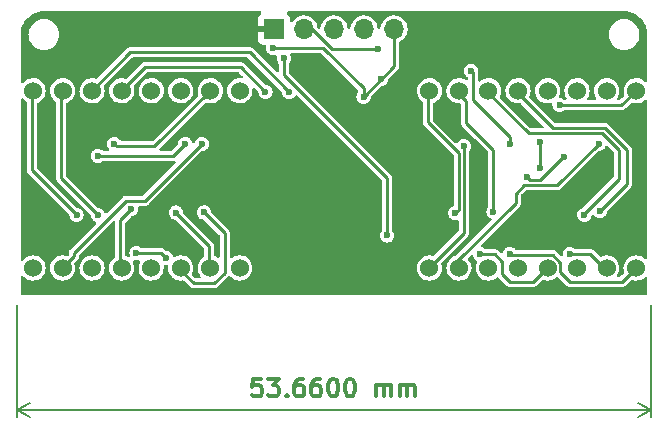
<source format=gbr>
%TF.GenerationSoftware,KiCad,Pcbnew,(6.0.9)*%
%TF.CreationDate,2023-07-18T19:51:57+10:00*%
%TF.ProjectId,VisorPlate2.0,5669736f-7250-46c6-9174-65322e302e6b,rev?*%
%TF.SameCoordinates,Original*%
%TF.FileFunction,Copper,L1,Top*%
%TF.FilePolarity,Positive*%
%FSLAX46Y46*%
G04 Gerber Fmt 4.6, Leading zero omitted, Abs format (unit mm)*
G04 Created by KiCad (PCBNEW (6.0.9)) date 2023-07-18 19:51:57*
%MOMM*%
%LPD*%
G01*
G04 APERTURE LIST*
%ADD10C,0.300000*%
%TA.AperFunction,NonConductor*%
%ADD11C,0.300000*%
%TD*%
%TA.AperFunction,NonConductor*%
%ADD12C,0.200000*%
%TD*%
%TA.AperFunction,ComponentPad*%
%ADD13R,1.700000X1.700000*%
%TD*%
%TA.AperFunction,ComponentPad*%
%ADD14O,1.700000X1.700000*%
%TD*%
%TA.AperFunction,ComponentPad*%
%ADD15C,1.524000*%
%TD*%
%TA.AperFunction,ViaPad*%
%ADD16C,0.600000*%
%TD*%
%TA.AperFunction,Conductor*%
%ADD17C,0.250000*%
%TD*%
G04 APERTURE END LIST*
D10*
D11*
X126857142Y-122878570D02*
X126142857Y-122878570D01*
X126071428Y-123592856D01*
X126142857Y-123521427D01*
X126285714Y-123449999D01*
X126642857Y-123449999D01*
X126785714Y-123521427D01*
X126857142Y-123592856D01*
X126928571Y-123735713D01*
X126928571Y-124092856D01*
X126857142Y-124235713D01*
X126785714Y-124307141D01*
X126642857Y-124378570D01*
X126285714Y-124378570D01*
X126142857Y-124307141D01*
X126071428Y-124235713D01*
X127428571Y-122878570D02*
X128357142Y-122878570D01*
X127857142Y-123449999D01*
X128071428Y-123449999D01*
X128214285Y-123521427D01*
X128285714Y-123592856D01*
X128357142Y-123735713D01*
X128357142Y-124092856D01*
X128285714Y-124235713D01*
X128214285Y-124307141D01*
X128071428Y-124378570D01*
X127642857Y-124378570D01*
X127500000Y-124307141D01*
X127428571Y-124235713D01*
X129000000Y-124235713D02*
X129071428Y-124307141D01*
X129000000Y-124378570D01*
X128928571Y-124307141D01*
X129000000Y-124235713D01*
X129000000Y-124378570D01*
X130357142Y-122878570D02*
X130071428Y-122878570D01*
X129928571Y-122949999D01*
X129857142Y-123021427D01*
X129714285Y-123235713D01*
X129642857Y-123521427D01*
X129642857Y-124092856D01*
X129714285Y-124235713D01*
X129785714Y-124307141D01*
X129928571Y-124378570D01*
X130214285Y-124378570D01*
X130357142Y-124307141D01*
X130428571Y-124235713D01*
X130500000Y-124092856D01*
X130500000Y-123735713D01*
X130428571Y-123592856D01*
X130357142Y-123521427D01*
X130214285Y-123449999D01*
X129928571Y-123449999D01*
X129785714Y-123521427D01*
X129714285Y-123592856D01*
X129642857Y-123735713D01*
X131785714Y-122878570D02*
X131500000Y-122878570D01*
X131357142Y-122949999D01*
X131285714Y-123021427D01*
X131142857Y-123235713D01*
X131071428Y-123521427D01*
X131071428Y-124092856D01*
X131142857Y-124235713D01*
X131214285Y-124307141D01*
X131357142Y-124378570D01*
X131642857Y-124378570D01*
X131785714Y-124307141D01*
X131857142Y-124235713D01*
X131928571Y-124092856D01*
X131928571Y-123735713D01*
X131857142Y-123592856D01*
X131785714Y-123521427D01*
X131642857Y-123449999D01*
X131357142Y-123449999D01*
X131214285Y-123521427D01*
X131142857Y-123592856D01*
X131071428Y-123735713D01*
X132857142Y-122878570D02*
X133000000Y-122878570D01*
X133142857Y-122949999D01*
X133214285Y-123021427D01*
X133285714Y-123164284D01*
X133357142Y-123449999D01*
X133357142Y-123807141D01*
X133285714Y-124092856D01*
X133214285Y-124235713D01*
X133142857Y-124307141D01*
X133000000Y-124378570D01*
X132857142Y-124378570D01*
X132714285Y-124307141D01*
X132642857Y-124235713D01*
X132571428Y-124092856D01*
X132500000Y-123807141D01*
X132500000Y-123449999D01*
X132571428Y-123164284D01*
X132642857Y-123021427D01*
X132714285Y-122949999D01*
X132857142Y-122878570D01*
X134285714Y-122878570D02*
X134428571Y-122878570D01*
X134571428Y-122949999D01*
X134642857Y-123021427D01*
X134714285Y-123164284D01*
X134785714Y-123449999D01*
X134785714Y-123807141D01*
X134714285Y-124092856D01*
X134642857Y-124235713D01*
X134571428Y-124307141D01*
X134428571Y-124378570D01*
X134285714Y-124378570D01*
X134142857Y-124307141D01*
X134071428Y-124235713D01*
X134000000Y-124092856D01*
X133928571Y-123807141D01*
X133928571Y-123449999D01*
X134000000Y-123164284D01*
X134071428Y-123021427D01*
X134142857Y-122949999D01*
X134285714Y-122878570D01*
X136571428Y-124378570D02*
X136571428Y-123378570D01*
X136571428Y-123521427D02*
X136642857Y-123449999D01*
X136785714Y-123378570D01*
X137000000Y-123378570D01*
X137142857Y-123449999D01*
X137214285Y-123592856D01*
X137214285Y-124378570D01*
X137214285Y-123592856D02*
X137285714Y-123449999D01*
X137428571Y-123378570D01*
X137642857Y-123378570D01*
X137785714Y-123449999D01*
X137857142Y-123592856D01*
X137857142Y-124378570D01*
X138571428Y-124378570D02*
X138571428Y-123378570D01*
X138571428Y-123521427D02*
X138642857Y-123449999D01*
X138785714Y-123378570D01*
X139000000Y-123378570D01*
X139142857Y-123449999D01*
X139214285Y-123592856D01*
X139214285Y-124378570D01*
X139214285Y-123592856D02*
X139285714Y-123449999D01*
X139428571Y-123378570D01*
X139642857Y-123378570D01*
X139785714Y-123449999D01*
X139857142Y-123592856D01*
X139857142Y-124378570D01*
D12*
X106170000Y-116610000D02*
X106170000Y-126086419D01*
X159830000Y-116610000D02*
X159830000Y-126086419D01*
X106170000Y-125499999D02*
X159830000Y-125499999D01*
X106170000Y-125499999D02*
X159830000Y-125499999D01*
X106170000Y-125499999D02*
X107296504Y-126086420D01*
X106170000Y-125499999D02*
X107296504Y-124913578D01*
X159830000Y-125499999D02*
X158703496Y-124913578D01*
X159830000Y-125499999D02*
X158703496Y-126086420D01*
D13*
%TO.P,J1,1,Pin_1*%
%TO.N,/+5V*%
X127920000Y-93275000D03*
D14*
%TO.P,J1,2,Pin_2*%
%TO.N,/CS2*%
X130460000Y-93275000D03*
%TO.P,J1,3,Pin_3*%
%TO.N,/CLK*%
X133000000Y-93275000D03*
%TO.P,J1,4,Pin_4*%
%TO.N,/DIN*%
X135540000Y-93275000D03*
%TO.P,J1,5,Pin_5*%
%TO.N,GND*%
X138080000Y-93275000D03*
%TD*%
D15*
%TO.P,U4,1,1*%
%TO.N,Net-(U3-Pad8)*%
X158580000Y-98500000D03*
%TO.P,U4,2,2*%
%TO.N,Net-(U3-Pad5)*%
X156080000Y-98500000D03*
%TO.P,U4,3,3*%
%TO.N,Net-(U3-Pad10)*%
X153580000Y-98500000D03*
%TO.P,U4,4,4*%
%TO.N,Net-(U3-Pad3)*%
X151080000Y-98500000D03*
%TO.P,U4,5,5*%
%TO.N,Net-(U3-Pad17)*%
X148580000Y-98500000D03*
%TO.P,U4,6,6*%
%TO.N,Net-(U3-Pad15)*%
X146080000Y-98500000D03*
%TO.P,U4,7,7*%
%TO.N,Net-(U3-Pad21)*%
X143580000Y-98500000D03*
%TO.P,U4,8,8*%
%TO.N,Net-(U3-Pad23)*%
X141080000Y-98500000D03*
%TO.P,U4,9,9*%
%TO.N,Net-(U3-Pad2)*%
X141080000Y-113500000D03*
%TO.P,U4,10,10*%
%TO.N,Net-(U3-Pad11)*%
X143580000Y-113500000D03*
%TO.P,U4,11,11*%
%TO.N,Net-(U3-Pad6)*%
X146080000Y-113500000D03*
%TO.P,U4,12,12*%
%TO.N,Net-(U3-Pad7)*%
X148580000Y-113500000D03*
%TO.P,U4,13,13*%
%TO.N,Net-(U3-Pad22)*%
X151080000Y-113500000D03*
%TO.P,U4,14,14*%
%TO.N,Net-(U3-Pad14)*%
X153580000Y-113500000D03*
%TO.P,U4,15,15*%
%TO.N,Net-(U3-Pad16)*%
X156080000Y-113500000D03*
%TO.P,U4,16,16*%
%TO.N,Net-(U3-Pad20)*%
X158580000Y-113500000D03*
%TD*%
%TO.P,U2,1,1*%
%TO.N,Net-(U1-Pad8)*%
X125020000Y-98500000D03*
%TO.P,U2,2,2*%
%TO.N,Net-(U1-Pad5)*%
X122520000Y-98500000D03*
%TO.P,U2,3,3*%
%TO.N,Net-(U1-Pad10)*%
X120020000Y-98500000D03*
%TO.P,U2,4,4*%
%TO.N,Net-(U1-Pad3)*%
X117520000Y-98500000D03*
%TO.P,U2,5,5*%
%TO.N,Net-(U1-Pad17)*%
X115020000Y-98500000D03*
%TO.P,U2,6,6*%
%TO.N,Net-(U1-Pad15)*%
X112520000Y-98500000D03*
%TO.P,U2,7,7*%
%TO.N,Net-(U1-Pad21)*%
X110020000Y-98500000D03*
%TO.P,U2,8,8*%
%TO.N,Net-(U1-Pad23)*%
X107520000Y-98500000D03*
%TO.P,U2,9,9*%
%TO.N,Net-(U1-Pad2)*%
X107520000Y-113500000D03*
%TO.P,U2,10,10*%
%TO.N,Net-(U1-Pad11)*%
X110020000Y-113500000D03*
%TO.P,U2,11,11*%
%TO.N,Net-(U1-Pad6)*%
X112520000Y-113500000D03*
%TO.P,U2,12,12*%
%TO.N,Net-(U1-Pad7)*%
X115020000Y-113500000D03*
%TO.P,U2,13,13*%
%TO.N,Net-(U1-Pad22)*%
X117520000Y-113500000D03*
%TO.P,U2,14,14*%
%TO.N,Net-(U1-Pad14)*%
X120020000Y-113500000D03*
%TO.P,U2,15,15*%
%TO.N,Net-(U1-Pad16)*%
X122520000Y-113500000D03*
%TO.P,U2,16,16*%
%TO.N,Net-(U1-Pad20)*%
X125020000Y-113500000D03*
%TD*%
D16*
%TO.N,Net-(U1-Pad1)*%
X137500000Y-110750000D03*
X128750000Y-95750000D03*
%TO.N,/+5V*%
X117229107Y-108487322D03*
X148487701Y-109012299D03*
X125250000Y-108250000D03*
X149100000Y-107500000D03*
X140750000Y-108250000D03*
%TO.N,GND*%
X113000000Y-104000000D03*
X127854799Y-94895201D03*
X137000000Y-97500000D03*
X152511444Y-104088597D03*
X135500000Y-99000000D03*
X120401424Y-102998576D03*
X149337685Y-105775500D03*
%TO.N,Net-(U1-Pad5)*%
X114400000Y-103000000D03*
%TO.N,Net-(U1-Pad7)*%
X115812299Y-108524500D03*
%TO.N,Net-(U1-Pad11)*%
X121800000Y-103000000D03*
%TO.N,Net-(U1-Pad14)*%
X122000000Y-108800000D03*
%TO.N,Net-(U1-Pad15)*%
X129200000Y-98600000D03*
%TO.N,Net-(U1-Pad16)*%
X119612299Y-108812299D03*
%TO.N,Net-(U1-Pad17)*%
X127200000Y-98600000D03*
%TO.N,Net-(U1-Pad20)*%
X116274500Y-112250000D03*
X118750000Y-112624500D03*
%TO.N,Net-(U1-Pad21)*%
X113000000Y-109000000D03*
%TO.N,Net-(U1-Pad23)*%
X111200000Y-109000000D03*
%TO.N,Net-(U3-Pad2)*%
X144000000Y-103200000D03*
%TO.N,Net-(U3-Pad5)*%
X147900000Y-103000000D03*
X144600000Y-96800000D03*
%TO.N,Net-(U3-Pad7)*%
X150422701Y-105047299D03*
X150435000Y-102835000D03*
%TO.N,Net-(U3-Pad8)*%
X152100000Y-99700000D03*
%TO.N,Net-(U3-Pad11)*%
X155400000Y-103000000D03*
%TO.N,Net-(U3-Pad15)*%
X154200000Y-109000000D03*
%TO.N,Net-(U3-Pad16)*%
X152966968Y-112313972D03*
%TO.N,Net-(U3-Pad17)*%
X155500000Y-108700000D03*
%TO.N,Net-(U3-Pad20)*%
X147895000Y-112294771D03*
%TO.N,Net-(U3-Pad21)*%
X146500000Y-108724500D03*
%TO.N,Net-(U3-Pad22)*%
X145377532Y-112352028D03*
%TO.N,Net-(U3-Pad23)*%
X143275500Y-108862250D03*
%TO.N,/CS2*%
X136750000Y-95000000D03*
%TD*%
D17*
%TO.N,GND*%
X138080000Y-96420000D02*
X138080000Y-93275000D01*
X135500000Y-99000000D02*
X138080000Y-96420000D01*
%TO.N,/CS2*%
X131111396Y-93275000D02*
X130460000Y-93275000D01*
X132836396Y-95000000D02*
X131111396Y-93275000D01*
X136750000Y-95000000D02*
X132836396Y-95000000D01*
%TO.N,GND*%
X135500000Y-98300000D02*
X135500000Y-99000000D01*
X132095201Y-94895201D02*
X135500000Y-98300000D01*
X127854799Y-94895201D02*
X132095201Y-94895201D01*
%TO.N,Net-(U1-Pad1)*%
X137500000Y-105883884D02*
X137500000Y-110750000D01*
X128750000Y-97133884D02*
X137500000Y-105883884D01*
X128750000Y-95750000D02*
X128750000Y-97133884D01*
%TO.N,/+5V*%
X149100000Y-108400000D02*
X148487701Y-109012299D01*
X149100000Y-107500000D02*
X149100000Y-108400000D01*
%TO.N,GND*%
X113000000Y-104000000D02*
X119400000Y-104000000D01*
X149337685Y-105775500D02*
X149612185Y-106050000D01*
X149612185Y-106050000D02*
X150445305Y-106050000D01*
X152406708Y-104088597D02*
X152511444Y-104088597D01*
X119400000Y-104000000D02*
X120401424Y-102998576D01*
X150445305Y-106050000D02*
X152406708Y-104088597D01*
%TO.N,Net-(U1-Pad5)*%
X114600000Y-103200000D02*
X117800000Y-103200000D01*
X114400000Y-103000000D02*
X114600000Y-103200000D01*
X117800000Y-103200000D02*
X122405000Y-98595000D01*
%TO.N,Net-(U1-Pad7)*%
X115812299Y-108524500D02*
X114905000Y-109431799D01*
X114905000Y-109431799D02*
X114905000Y-113595000D01*
%TO.N,Net-(U1-Pad11)*%
X115400000Y-107800000D02*
X110992000Y-112208000D01*
X117000000Y-107800000D02*
X115400000Y-107800000D01*
X110992000Y-112508000D02*
X109905000Y-113595000D01*
X121800000Y-103000000D02*
X117000000Y-107800000D01*
X110992000Y-112208000D02*
X110992000Y-112508000D01*
%TO.N,Net-(U1-Pad14)*%
X123750000Y-113903626D02*
X122853626Y-114800000D01*
X123750000Y-110550000D02*
X123750000Y-113903626D01*
X122853626Y-114800000D02*
X121110000Y-114800000D01*
X122000000Y-108800000D02*
X123750000Y-110550000D01*
X121110000Y-114800000D02*
X119905000Y-113595000D01*
%TO.N,Net-(U1-Pad15)*%
X129200000Y-98600000D02*
X125850000Y-95250000D01*
X125850000Y-95250000D02*
X115750000Y-95250000D01*
X115750000Y-95250000D02*
X112405000Y-98595000D01*
%TO.N,Net-(U1-Pad16)*%
X122405000Y-111605000D02*
X122405000Y-113595000D01*
X119612299Y-108812299D02*
X122405000Y-111605000D01*
%TO.N,Net-(U1-Pad17)*%
X117000000Y-96500000D02*
X114905000Y-98595000D01*
X125100000Y-96500000D02*
X117000000Y-96500000D01*
X127200000Y-98600000D02*
X125100000Y-96500000D01*
%TO.N,Net-(U1-Pad20)*%
X118375500Y-112250000D02*
X116274500Y-112250000D01*
X118750000Y-112624500D02*
X118375500Y-112250000D01*
%TO.N,Net-(U1-Pad21)*%
X109905000Y-105905000D02*
X109905000Y-98595000D01*
X113000000Y-109000000D02*
X109905000Y-105905000D01*
%TO.N,Net-(U1-Pad23)*%
X111200000Y-109000000D02*
X107405000Y-105205000D01*
X107405000Y-105205000D02*
X107405000Y-98595000D01*
%TO.N,Net-(U3-Pad2)*%
X144000000Y-110540000D02*
X144000000Y-103200000D01*
X140955000Y-113585000D02*
X144000000Y-110540000D01*
%TO.N,Net-(U3-Pad5)*%
X144750000Y-99243604D02*
X144750000Y-96950000D01*
X147900000Y-103000000D02*
X147900000Y-102393604D01*
X144750000Y-96950000D02*
X144600000Y-96800000D01*
X147900000Y-102393604D02*
X144750000Y-99243604D01*
%TO.N,Net-(U3-Pad7)*%
X150435000Y-105035000D02*
X150435000Y-102835000D01*
%TO.N,Net-(U3-Pad8)*%
X158455000Y-98585000D02*
X157340000Y-99700000D01*
X157340000Y-99700000D02*
X152100000Y-99700000D01*
%TO.N,Net-(U3-Pad11)*%
X149074695Y-106500000D02*
X148375000Y-107199695D01*
X151900000Y-106500000D02*
X149074695Y-106500000D01*
X143455000Y-112945000D02*
X143455000Y-113585000D01*
X155400000Y-103000000D02*
X151900000Y-106500000D01*
X148375000Y-107199695D02*
X148375000Y-108025000D01*
X148375000Y-108025000D02*
X143455000Y-112945000D01*
%TO.N,Net-(U3-Pad15)*%
X154200000Y-109000000D02*
X154200000Y-108900000D01*
X149480000Y-102110000D02*
X145955000Y-98585000D01*
X157100000Y-103500000D02*
X155710000Y-102110000D01*
X154200000Y-108900000D02*
X157100000Y-106000000D01*
X155710000Y-102110000D02*
X149480000Y-102110000D01*
X157100000Y-106000000D02*
X157100000Y-103500000D01*
%TO.N,Net-(U3-Pad16)*%
X155955000Y-113585000D02*
X154683972Y-112313972D01*
X154683972Y-112313972D02*
X152966968Y-112313972D01*
%TO.N,Net-(U3-Pad17)*%
X148455000Y-98585000D02*
X151530000Y-101660000D01*
X157800000Y-106400000D02*
X155500000Y-108700000D01*
X151530000Y-101660000D02*
X155960000Y-101660000D01*
X157800000Y-103500000D02*
X157800000Y-106400000D01*
X155960000Y-101660000D02*
X157800000Y-103500000D01*
%TO.N,Net-(U3-Pad20)*%
X152167000Y-113834251D02*
X153004749Y-114672000D01*
X157368000Y-114672000D02*
X158455000Y-113585000D01*
X147895000Y-112294771D02*
X147993641Y-112393412D01*
X147993641Y-112393412D02*
X151510663Y-112393412D01*
X151510663Y-112393412D02*
X152167000Y-113049749D01*
X153004749Y-114672000D02*
X157368000Y-114672000D01*
X152167000Y-113049749D02*
X152167000Y-113834251D01*
%TO.N,Net-(U3-Pad21)*%
X144200000Y-99330000D02*
X143455000Y-98585000D01*
X146500000Y-103500000D02*
X144200000Y-101200000D01*
X146500000Y-108724500D02*
X146500000Y-103500000D01*
X144200000Y-101200000D02*
X144200000Y-99330000D01*
%TO.N,Net-(U3-Pad22)*%
X145377532Y-112352028D02*
X146602028Y-112352028D01*
X147872000Y-114672000D02*
X149868000Y-114672000D01*
X149868000Y-114672000D02*
X150955000Y-113585000D01*
X147250000Y-114050000D02*
X147872000Y-114672000D01*
X147250000Y-113000000D02*
X147250000Y-114050000D01*
X146602028Y-112352028D02*
X147250000Y-113000000D01*
%TO.N,Net-(U3-Pad23)*%
X143550000Y-103775305D02*
X140955000Y-101180305D01*
X140955000Y-101180305D02*
X140955000Y-98585000D01*
X143550000Y-108587750D02*
X143550000Y-103775305D01*
X143275500Y-108862250D02*
X143550000Y-108587750D01*
%TD*%
%TA.AperFunction,Conductor*%
%TO.N,/+5V*%
G36*
X126799418Y-91780502D02*
G01*
X126845911Y-91834158D01*
X126856015Y-91904432D01*
X126826521Y-91969012D01*
X126806862Y-91987326D01*
X126714276Y-92056715D01*
X126701715Y-92069276D01*
X126625214Y-92171351D01*
X126616676Y-92186946D01*
X126571522Y-92307394D01*
X126567895Y-92322649D01*
X126562369Y-92373514D01*
X126562000Y-92380328D01*
X126562000Y-93002885D01*
X126566475Y-93018124D01*
X126567865Y-93019329D01*
X126575548Y-93021000D01*
X128048000Y-93021000D01*
X128116121Y-93041002D01*
X128162614Y-93094658D01*
X128174000Y-93147000D01*
X128174000Y-93403000D01*
X128153998Y-93471121D01*
X128100342Y-93517614D01*
X128048000Y-93529000D01*
X126580116Y-93529000D01*
X126564877Y-93533475D01*
X126563672Y-93534865D01*
X126562001Y-93542548D01*
X126562001Y-94169669D01*
X126562371Y-94176490D01*
X126567895Y-94227352D01*
X126571521Y-94242604D01*
X126616676Y-94363054D01*
X126625214Y-94378649D01*
X126701715Y-94480724D01*
X126714276Y-94493285D01*
X126816351Y-94569786D01*
X126831946Y-94578324D01*
X126952394Y-94623478D01*
X126967649Y-94627105D01*
X127018514Y-94632631D01*
X127025328Y-94633000D01*
X127139961Y-94633000D01*
X127208082Y-94653002D01*
X127254575Y-94706658D01*
X127264883Y-94775446D01*
X127249117Y-94895201D01*
X127269755Y-95051963D01*
X127330263Y-95198042D01*
X127426517Y-95323483D01*
X127551958Y-95419737D01*
X127698037Y-95480245D01*
X127854799Y-95500883D01*
X128004535Y-95481170D01*
X128011561Y-95480245D01*
X128011705Y-95481341D01*
X128074968Y-95482847D01*
X128133763Y-95522641D01*
X128161711Y-95587906D01*
X128161524Y-95619307D01*
X128144318Y-95750000D01*
X128164956Y-95906762D01*
X128225464Y-96052841D01*
X128230492Y-96059394D01*
X128230494Y-96059397D01*
X128298462Y-96147975D01*
X128324063Y-96214195D01*
X128324500Y-96224679D01*
X128324500Y-96818562D01*
X128304498Y-96886683D01*
X128250842Y-96933176D01*
X128180568Y-96943280D01*
X128115988Y-96913786D01*
X128109405Y-96907657D01*
X126103220Y-94901472D01*
X126081837Y-94890577D01*
X126064991Y-94880253D01*
X126053604Y-94871980D01*
X126045581Y-94866151D01*
X126036150Y-94863087D01*
X126036147Y-94863085D01*
X126022763Y-94858736D01*
X126004502Y-94851172D01*
X125991964Y-94844784D01*
X125991963Y-94844784D01*
X125983126Y-94840281D01*
X125959429Y-94836528D01*
X125940210Y-94831914D01*
X125917393Y-94824500D01*
X115682607Y-94824500D01*
X115659790Y-94831914D01*
X115640571Y-94836528D01*
X115616874Y-94840281D01*
X115608037Y-94844784D01*
X115608036Y-94844784D01*
X115595498Y-94851172D01*
X115577237Y-94858736D01*
X115563853Y-94863085D01*
X115563850Y-94863087D01*
X115554419Y-94866151D01*
X115546396Y-94871980D01*
X115535009Y-94880253D01*
X115518163Y-94890577D01*
X115496780Y-94901472D01*
X112948333Y-97449919D01*
X112886021Y-97483945D01*
X112821979Y-97481189D01*
X112795350Y-97472946D01*
X112734679Y-97454165D01*
X112728554Y-97453521D01*
X112728553Y-97453521D01*
X112533582Y-97433029D01*
X112533580Y-97433029D01*
X112527453Y-97432385D01*
X112415804Y-97442546D01*
X112326085Y-97450711D01*
X112326084Y-97450711D01*
X112319944Y-97451270D01*
X112314030Y-97453011D01*
X112314028Y-97453011D01*
X112272529Y-97465225D01*
X112120055Y-97510101D01*
X112114590Y-97512958D01*
X111946448Y-97600860D01*
X111935399Y-97606636D01*
X111773011Y-97737200D01*
X111639075Y-97896818D01*
X111538693Y-98079411D01*
X111475690Y-98278025D01*
X111475004Y-98284142D01*
X111475003Y-98284146D01*
X111457158Y-98443238D01*
X111452463Y-98485093D01*
X111452979Y-98491237D01*
X111465293Y-98637874D01*
X111469899Y-98692730D01*
X111527333Y-98893025D01*
X111530151Y-98898507D01*
X111530152Y-98898511D01*
X111619756Y-99072862D01*
X111619759Y-99072866D01*
X111622577Y-99078350D01*
X111668874Y-99136763D01*
X111748174Y-99236816D01*
X111748179Y-99236821D01*
X111752003Y-99241646D01*
X111756696Y-99245640D01*
X111756697Y-99245641D01*
X111905988Y-99372697D01*
X111910683Y-99376693D01*
X111916061Y-99379699D01*
X111916063Y-99379700D01*
X111991279Y-99421736D01*
X112092571Y-99478346D01*
X112290740Y-99542735D01*
X112497641Y-99567407D01*
X112503776Y-99566935D01*
X112503778Y-99566935D01*
X112699252Y-99551894D01*
X112699256Y-99551893D01*
X112705394Y-99551421D01*
X112906085Y-99495387D01*
X112911589Y-99492607D01*
X112911591Y-99492606D01*
X113086570Y-99404218D01*
X113086572Y-99404217D01*
X113092071Y-99401439D01*
X113256266Y-99273156D01*
X113392417Y-99115423D01*
X113402678Y-99097361D01*
X113492294Y-98939610D01*
X113492296Y-98939606D01*
X113495339Y-98934249D01*
X113528224Y-98835392D01*
X113559164Y-98742382D01*
X113559165Y-98742379D01*
X113561109Y-98736534D01*
X113565894Y-98698655D01*
X113586783Y-98533312D01*
X113586784Y-98533305D01*
X113587225Y-98529810D01*
X113587641Y-98500000D01*
X113586179Y-98485093D01*
X113952463Y-98485093D01*
X113952979Y-98491237D01*
X113965293Y-98637874D01*
X113969899Y-98692730D01*
X114027333Y-98893025D01*
X114030151Y-98898507D01*
X114030152Y-98898511D01*
X114119756Y-99072862D01*
X114119759Y-99072866D01*
X114122577Y-99078350D01*
X114168874Y-99136763D01*
X114248174Y-99236816D01*
X114248179Y-99236821D01*
X114252003Y-99241646D01*
X114256696Y-99245640D01*
X114256697Y-99245641D01*
X114405988Y-99372697D01*
X114410683Y-99376693D01*
X114416061Y-99379699D01*
X114416063Y-99379700D01*
X114491279Y-99421736D01*
X114592571Y-99478346D01*
X114790740Y-99542735D01*
X114997641Y-99567407D01*
X115003776Y-99566935D01*
X115003778Y-99566935D01*
X115199252Y-99551894D01*
X115199256Y-99551893D01*
X115205394Y-99551421D01*
X115406085Y-99495387D01*
X115411589Y-99492607D01*
X115411591Y-99492606D01*
X115586570Y-99404218D01*
X115586572Y-99404217D01*
X115592071Y-99401439D01*
X115756266Y-99273156D01*
X115892417Y-99115423D01*
X115902678Y-99097361D01*
X115992294Y-98939610D01*
X115992296Y-98939606D01*
X115995339Y-98934249D01*
X116028224Y-98835392D01*
X116059164Y-98742382D01*
X116059165Y-98742379D01*
X116061109Y-98736534D01*
X116065894Y-98698655D01*
X116086783Y-98533312D01*
X116086784Y-98533305D01*
X116087225Y-98529810D01*
X116087641Y-98500000D01*
X116086179Y-98485093D01*
X116452463Y-98485093D01*
X116452979Y-98491237D01*
X116465293Y-98637874D01*
X116469899Y-98692730D01*
X116527333Y-98893025D01*
X116530151Y-98898507D01*
X116530152Y-98898511D01*
X116619756Y-99072862D01*
X116619759Y-99072866D01*
X116622577Y-99078350D01*
X116668874Y-99136763D01*
X116748174Y-99236816D01*
X116748179Y-99236821D01*
X116752003Y-99241646D01*
X116756696Y-99245640D01*
X116756697Y-99245641D01*
X116905988Y-99372697D01*
X116910683Y-99376693D01*
X116916061Y-99379699D01*
X116916063Y-99379700D01*
X116991279Y-99421736D01*
X117092571Y-99478346D01*
X117290740Y-99542735D01*
X117497641Y-99567407D01*
X117503776Y-99566935D01*
X117503778Y-99566935D01*
X117699252Y-99551894D01*
X117699256Y-99551893D01*
X117705394Y-99551421D01*
X117906085Y-99495387D01*
X117911589Y-99492607D01*
X117911591Y-99492606D01*
X118086570Y-99404218D01*
X118086572Y-99404217D01*
X118092071Y-99401439D01*
X118256266Y-99273156D01*
X118392417Y-99115423D01*
X118402678Y-99097361D01*
X118492294Y-98939610D01*
X118492296Y-98939606D01*
X118495339Y-98934249D01*
X118528224Y-98835392D01*
X118559164Y-98742382D01*
X118559165Y-98742379D01*
X118561109Y-98736534D01*
X118565894Y-98698655D01*
X118586783Y-98533312D01*
X118586784Y-98533305D01*
X118587225Y-98529810D01*
X118587641Y-98500000D01*
X118586179Y-98485093D01*
X118952463Y-98485093D01*
X118952979Y-98491237D01*
X118965293Y-98637874D01*
X118969899Y-98692730D01*
X119027333Y-98893025D01*
X119030151Y-98898507D01*
X119030152Y-98898511D01*
X119119756Y-99072862D01*
X119119759Y-99072866D01*
X119122577Y-99078350D01*
X119168874Y-99136763D01*
X119248174Y-99236816D01*
X119248179Y-99236821D01*
X119252003Y-99241646D01*
X119256696Y-99245640D01*
X119256697Y-99245641D01*
X119405988Y-99372697D01*
X119410683Y-99376693D01*
X119416061Y-99379699D01*
X119416063Y-99379700D01*
X119491279Y-99421736D01*
X119592571Y-99478346D01*
X119790740Y-99542735D01*
X119997641Y-99567407D01*
X120003776Y-99566935D01*
X120003778Y-99566935D01*
X120199252Y-99551894D01*
X120199256Y-99551893D01*
X120205394Y-99551421D01*
X120406085Y-99495387D01*
X120411589Y-99492607D01*
X120411591Y-99492606D01*
X120586570Y-99404218D01*
X120586572Y-99404217D01*
X120592071Y-99401439D01*
X120756266Y-99273156D01*
X120892417Y-99115423D01*
X120902678Y-99097361D01*
X120992294Y-98939610D01*
X120992296Y-98939606D01*
X120995339Y-98934249D01*
X121028224Y-98835392D01*
X121059164Y-98742382D01*
X121059165Y-98742379D01*
X121061109Y-98736534D01*
X121065894Y-98698655D01*
X121086783Y-98533312D01*
X121086784Y-98533305D01*
X121087225Y-98529810D01*
X121087641Y-98500000D01*
X121067308Y-98292627D01*
X121007083Y-98093154D01*
X120909261Y-97909176D01*
X120903590Y-97902222D01*
X120816313Y-97795211D01*
X120777567Y-97747704D01*
X120617017Y-97614885D01*
X120433728Y-97515781D01*
X120234679Y-97454165D01*
X120228554Y-97453521D01*
X120228553Y-97453521D01*
X120033582Y-97433029D01*
X120033580Y-97433029D01*
X120027453Y-97432385D01*
X119915804Y-97442546D01*
X119826085Y-97450711D01*
X119826084Y-97450711D01*
X119819944Y-97451270D01*
X119814030Y-97453011D01*
X119814028Y-97453011D01*
X119772529Y-97465225D01*
X119620055Y-97510101D01*
X119614590Y-97512958D01*
X119446448Y-97600860D01*
X119435399Y-97606636D01*
X119273011Y-97737200D01*
X119139075Y-97896818D01*
X119038693Y-98079411D01*
X118975690Y-98278025D01*
X118975004Y-98284142D01*
X118975003Y-98284146D01*
X118957158Y-98443238D01*
X118952463Y-98485093D01*
X118586179Y-98485093D01*
X118567308Y-98292627D01*
X118507083Y-98093154D01*
X118409261Y-97909176D01*
X118403590Y-97902222D01*
X118316313Y-97795211D01*
X118277567Y-97747704D01*
X118117017Y-97614885D01*
X117933728Y-97515781D01*
X117734679Y-97454165D01*
X117728554Y-97453521D01*
X117728553Y-97453521D01*
X117533582Y-97433029D01*
X117533580Y-97433029D01*
X117527453Y-97432385D01*
X117415804Y-97442546D01*
X117326085Y-97450711D01*
X117326084Y-97450711D01*
X117319944Y-97451270D01*
X117314030Y-97453011D01*
X117314028Y-97453011D01*
X117272529Y-97465225D01*
X117120055Y-97510101D01*
X117114590Y-97512958D01*
X116946448Y-97600860D01*
X116935399Y-97606636D01*
X116773011Y-97737200D01*
X116639075Y-97896818D01*
X116538693Y-98079411D01*
X116475690Y-98278025D01*
X116475004Y-98284142D01*
X116475003Y-98284146D01*
X116457158Y-98443238D01*
X116452463Y-98485093D01*
X116086179Y-98485093D01*
X116067308Y-98292627D01*
X116029229Y-98166506D01*
X116028688Y-98095511D01*
X116060756Y-98040992D01*
X117139343Y-96962405D01*
X117201655Y-96928379D01*
X117228438Y-96925500D01*
X124871562Y-96925500D01*
X124939683Y-96945502D01*
X124960657Y-96962405D01*
X125226393Y-97228141D01*
X125260419Y-97290453D01*
X125255354Y-97361268D01*
X125212807Y-97418104D01*
X125146287Y-97442915D01*
X125124130Y-97442546D01*
X125027453Y-97432385D01*
X124915804Y-97442546D01*
X124826085Y-97450711D01*
X124826084Y-97450711D01*
X124819944Y-97451270D01*
X124814030Y-97453011D01*
X124814028Y-97453011D01*
X124772529Y-97465225D01*
X124620055Y-97510101D01*
X124614590Y-97512958D01*
X124446448Y-97600860D01*
X124435399Y-97606636D01*
X124273011Y-97737200D01*
X124139075Y-97896818D01*
X124038693Y-98079411D01*
X123975690Y-98278025D01*
X123975004Y-98284142D01*
X123975003Y-98284146D01*
X123957158Y-98443238D01*
X123952463Y-98485093D01*
X123952979Y-98491237D01*
X123965293Y-98637874D01*
X123969899Y-98692730D01*
X124027333Y-98893025D01*
X124030151Y-98898507D01*
X124030152Y-98898511D01*
X124119756Y-99072862D01*
X124119759Y-99072866D01*
X124122577Y-99078350D01*
X124168874Y-99136763D01*
X124248174Y-99236816D01*
X124248179Y-99236821D01*
X124252003Y-99241646D01*
X124256696Y-99245640D01*
X124256697Y-99245641D01*
X124405988Y-99372697D01*
X124410683Y-99376693D01*
X124416061Y-99379699D01*
X124416063Y-99379700D01*
X124491279Y-99421736D01*
X124592571Y-99478346D01*
X124790740Y-99542735D01*
X124997641Y-99567407D01*
X125003776Y-99566935D01*
X125003778Y-99566935D01*
X125199252Y-99551894D01*
X125199256Y-99551893D01*
X125205394Y-99551421D01*
X125406085Y-99495387D01*
X125411589Y-99492607D01*
X125411591Y-99492606D01*
X125586570Y-99404218D01*
X125586572Y-99404217D01*
X125592071Y-99401439D01*
X125756266Y-99273156D01*
X125892417Y-99115423D01*
X125902678Y-99097361D01*
X125992294Y-98939610D01*
X125992296Y-98939606D01*
X125995339Y-98934249D01*
X126028224Y-98835392D01*
X126059164Y-98742382D01*
X126059165Y-98742379D01*
X126061109Y-98736534D01*
X126065894Y-98698655D01*
X126086783Y-98533312D01*
X126086784Y-98533305D01*
X126087225Y-98529810D01*
X126087641Y-98500000D01*
X126077343Y-98394975D01*
X126090602Y-98325228D01*
X126139465Y-98273721D01*
X126208418Y-98256808D01*
X126275568Y-98279858D01*
X126291837Y-98293585D01*
X126563477Y-98565225D01*
X126597503Y-98627537D01*
X126599304Y-98637874D01*
X126614956Y-98756762D01*
X126675464Y-98902841D01*
X126703678Y-98939610D01*
X126750017Y-99000000D01*
X126771718Y-99028282D01*
X126778264Y-99033305D01*
X126807918Y-99056059D01*
X126897159Y-99124536D01*
X127043238Y-99185044D01*
X127200000Y-99205682D01*
X127208188Y-99204604D01*
X127236764Y-99200842D01*
X127356762Y-99185044D01*
X127502841Y-99124536D01*
X127592082Y-99056059D01*
X127621736Y-99033305D01*
X127628282Y-99028282D01*
X127649984Y-99000000D01*
X127696322Y-98939610D01*
X127724536Y-98902841D01*
X127785044Y-98756762D01*
X127805682Y-98600000D01*
X127785044Y-98443238D01*
X127724536Y-98297159D01*
X127628282Y-98171718D01*
X127502841Y-98075464D01*
X127356762Y-98014956D01*
X127309964Y-98008795D01*
X127237874Y-97999304D01*
X127172946Y-97970582D01*
X127165225Y-97963477D01*
X125353220Y-96151472D01*
X125331837Y-96140577D01*
X125314991Y-96130253D01*
X125303604Y-96121980D01*
X125295581Y-96116151D01*
X125286150Y-96113087D01*
X125286147Y-96113085D01*
X125272763Y-96108736D01*
X125254502Y-96101172D01*
X125241964Y-96094784D01*
X125241963Y-96094784D01*
X125233126Y-96090281D01*
X125209429Y-96086528D01*
X125190210Y-96081914D01*
X125167393Y-96074500D01*
X116932607Y-96074500D01*
X116909790Y-96081914D01*
X116890571Y-96086528D01*
X116866874Y-96090281D01*
X116858037Y-96094784D01*
X116858036Y-96094784D01*
X116845498Y-96101172D01*
X116827237Y-96108736D01*
X116813853Y-96113085D01*
X116813850Y-96113087D01*
X116804419Y-96116151D01*
X116796396Y-96121980D01*
X116785009Y-96130253D01*
X116768163Y-96140577D01*
X116746780Y-96151472D01*
X115448333Y-97449919D01*
X115386021Y-97483945D01*
X115321979Y-97481189D01*
X115295350Y-97472946D01*
X115234679Y-97454165D01*
X115228554Y-97453521D01*
X115228553Y-97453521D01*
X115033582Y-97433029D01*
X115033580Y-97433029D01*
X115027453Y-97432385D01*
X114915804Y-97442546D01*
X114826085Y-97450711D01*
X114826084Y-97450711D01*
X114819944Y-97451270D01*
X114814030Y-97453011D01*
X114814028Y-97453011D01*
X114772529Y-97465225D01*
X114620055Y-97510101D01*
X114614590Y-97512958D01*
X114446448Y-97600860D01*
X114435399Y-97606636D01*
X114273011Y-97737200D01*
X114139075Y-97896818D01*
X114038693Y-98079411D01*
X113975690Y-98278025D01*
X113975004Y-98284142D01*
X113975003Y-98284146D01*
X113957158Y-98443238D01*
X113952463Y-98485093D01*
X113586179Y-98485093D01*
X113567308Y-98292627D01*
X113529229Y-98166506D01*
X113528688Y-98095511D01*
X113560756Y-98040992D01*
X115889343Y-95712405D01*
X115951655Y-95678379D01*
X115978438Y-95675500D01*
X125621562Y-95675500D01*
X125689683Y-95695502D01*
X125710657Y-95712405D01*
X128563477Y-98565225D01*
X128597503Y-98627537D01*
X128599304Y-98637874D01*
X128614956Y-98756762D01*
X128675464Y-98902841D01*
X128703678Y-98939610D01*
X128750017Y-99000000D01*
X128771718Y-99028282D01*
X128778264Y-99033305D01*
X128807918Y-99056059D01*
X128897159Y-99124536D01*
X129043238Y-99185044D01*
X129200000Y-99205682D01*
X129208188Y-99204604D01*
X129236764Y-99200842D01*
X129356762Y-99185044D01*
X129502841Y-99124536D01*
X129592082Y-99056059D01*
X129621736Y-99033305D01*
X129628282Y-99028282D01*
X129633305Y-99021736D01*
X129633309Y-99021732D01*
X129720727Y-98907807D01*
X129778065Y-98865940D01*
X129848936Y-98861718D01*
X129909784Y-98895416D01*
X137037595Y-106023227D01*
X137071621Y-106085539D01*
X137074500Y-106112322D01*
X137074500Y-110275321D01*
X137054498Y-110343442D01*
X137048462Y-110352025D01*
X136980494Y-110440603D01*
X136980492Y-110440606D01*
X136975464Y-110447159D01*
X136914956Y-110593238D01*
X136894318Y-110750000D01*
X136914956Y-110906762D01*
X136975464Y-111052841D01*
X137071718Y-111178282D01*
X137197159Y-111274536D01*
X137343238Y-111335044D01*
X137500000Y-111355682D01*
X137508188Y-111354604D01*
X137648574Y-111336122D01*
X137656762Y-111335044D01*
X137802841Y-111274536D01*
X137928282Y-111178282D01*
X138024536Y-111052841D01*
X138085044Y-110906762D01*
X138105682Y-110750000D01*
X138085044Y-110593238D01*
X138024536Y-110447159D01*
X138019508Y-110440606D01*
X138019506Y-110440603D01*
X137951538Y-110352025D01*
X137925937Y-110285805D01*
X137925500Y-110275321D01*
X137925500Y-105816491D01*
X137922437Y-105807064D01*
X137922436Y-105807057D01*
X137918087Y-105793672D01*
X137913473Y-105774453D01*
X137911272Y-105760556D01*
X137911270Y-105760549D01*
X137909719Y-105750758D01*
X137898827Y-105729382D01*
X137891264Y-105711121D01*
X137886914Y-105697734D01*
X137883850Y-105688303D01*
X137875320Y-105676562D01*
X137869749Y-105668895D01*
X137859417Y-105652036D01*
X137853031Y-105639502D01*
X137848528Y-105630664D01*
X129212405Y-96994541D01*
X129178379Y-96932229D01*
X129175500Y-96905446D01*
X129175500Y-96224679D01*
X129195502Y-96156558D01*
X129201538Y-96147975D01*
X129269506Y-96059397D01*
X129269508Y-96059394D01*
X129274536Y-96052841D01*
X129335044Y-95906762D01*
X129355682Y-95750000D01*
X129335044Y-95593238D01*
X129328850Y-95578283D01*
X129294319Y-95494919D01*
X129286730Y-95424329D01*
X129318509Y-95360842D01*
X129379567Y-95324615D01*
X129410728Y-95320701D01*
X131866763Y-95320701D01*
X131934884Y-95340703D01*
X131955858Y-95357606D01*
X135036242Y-98437990D01*
X135070268Y-98500302D01*
X135065203Y-98571117D01*
X135047109Y-98603789D01*
X134980494Y-98690603D01*
X134980492Y-98690606D01*
X134975464Y-98697159D01*
X134914956Y-98843238D01*
X134894318Y-99000000D01*
X134895396Y-99008188D01*
X134911508Y-99130568D01*
X134914956Y-99156762D01*
X134975464Y-99302841D01*
X135071718Y-99428282D01*
X135197159Y-99524536D01*
X135343238Y-99585044D01*
X135500000Y-99605682D01*
X135508188Y-99604604D01*
X135648574Y-99586122D01*
X135656762Y-99585044D01*
X135802841Y-99524536D01*
X135928282Y-99428282D01*
X136024536Y-99302841D01*
X136085044Y-99156762D01*
X136096428Y-99070291D01*
X136100696Y-99037874D01*
X136129418Y-98972946D01*
X136136523Y-98965225D01*
X136965225Y-98136523D01*
X137027537Y-98102497D01*
X137037874Y-98100696D01*
X137109964Y-98091205D01*
X137156762Y-98085044D01*
X137302841Y-98024536D01*
X137428282Y-97928282D01*
X137438768Y-97914617D01*
X137471580Y-97871855D01*
X137524536Y-97802841D01*
X137585044Y-97656762D01*
X137593294Y-97594097D01*
X137600696Y-97537874D01*
X137629418Y-97472946D01*
X137636523Y-97465225D01*
X138428528Y-96673220D01*
X138439423Y-96651837D01*
X138449747Y-96634991D01*
X138458020Y-96623604D01*
X138463849Y-96615581D01*
X138466913Y-96606150D01*
X138466915Y-96606147D01*
X138471264Y-96592763D01*
X138478828Y-96574502D01*
X138485216Y-96561964D01*
X138485216Y-96561963D01*
X138489719Y-96553126D01*
X138493472Y-96529429D01*
X138498086Y-96510210D01*
X138505500Y-96487393D01*
X138505500Y-94429282D01*
X138525502Y-94361161D01*
X138569934Y-94319348D01*
X138574273Y-94316918D01*
X138734442Y-94227219D01*
X138897012Y-94092012D01*
X139032219Y-93929442D01*
X139035043Y-93924399D01*
X139035046Y-93924395D01*
X139132713Y-93749998D01*
X139132714Y-93749996D01*
X139135537Y-93744955D01*
X139137393Y-93739488D01*
X139137395Y-93739483D01*
X139140614Y-93730000D01*
X156254532Y-93730000D01*
X156255011Y-93735475D01*
X156255011Y-93735478D01*
X156256832Y-93756292D01*
X156274365Y-93956692D01*
X156275789Y-93962005D01*
X156275789Y-93962007D01*
X156331433Y-94169672D01*
X156333261Y-94176496D01*
X156335583Y-94181476D01*
X156335584Y-94181478D01*
X156412129Y-94345627D01*
X156429432Y-94382734D01*
X156559953Y-94569139D01*
X156720861Y-94730047D01*
X156907266Y-94860568D01*
X156912244Y-94862889D01*
X156912247Y-94862891D01*
X157108522Y-94954416D01*
X157113504Y-94956739D01*
X157118812Y-94958161D01*
X157118814Y-94958162D01*
X157327993Y-95014211D01*
X157327995Y-95014211D01*
X157333308Y-95015635D01*
X157560000Y-95035468D01*
X157786692Y-95015635D01*
X157792005Y-95014211D01*
X157792007Y-95014211D01*
X158001186Y-94958162D01*
X158001188Y-94958161D01*
X158006496Y-94956739D01*
X158011478Y-94954416D01*
X158207753Y-94862891D01*
X158207756Y-94862889D01*
X158212734Y-94860568D01*
X158399139Y-94730047D01*
X158560047Y-94569139D01*
X158690568Y-94382734D01*
X158707872Y-94345627D01*
X158784416Y-94181478D01*
X158784417Y-94181476D01*
X158786739Y-94176496D01*
X158788568Y-94169672D01*
X158844211Y-93962007D01*
X158844211Y-93962005D01*
X158845635Y-93956692D01*
X158865468Y-93730000D01*
X158845635Y-93503308D01*
X158844211Y-93497993D01*
X158788162Y-93288814D01*
X158788161Y-93288812D01*
X158786739Y-93283504D01*
X158784416Y-93278522D01*
X158692891Y-93082247D01*
X158692889Y-93082244D01*
X158690568Y-93077266D01*
X158560047Y-92890861D01*
X158399139Y-92729953D01*
X158212734Y-92599432D01*
X158207756Y-92597111D01*
X158207753Y-92597109D01*
X158011478Y-92505584D01*
X158011476Y-92505583D01*
X158006496Y-92503261D01*
X158001188Y-92501839D01*
X158001186Y-92501838D01*
X157792007Y-92445789D01*
X157792005Y-92445789D01*
X157786692Y-92444365D01*
X157560000Y-92424532D01*
X157333308Y-92444365D01*
X157327995Y-92445789D01*
X157327993Y-92445789D01*
X157118814Y-92501838D01*
X157118812Y-92501839D01*
X157113504Y-92503261D01*
X157108524Y-92505583D01*
X157108522Y-92505584D01*
X156912247Y-92597109D01*
X156912244Y-92597111D01*
X156907266Y-92599432D01*
X156720861Y-92729953D01*
X156559953Y-92890861D01*
X156429432Y-93077266D01*
X156427111Y-93082244D01*
X156427109Y-93082247D01*
X156335584Y-93278522D01*
X156333261Y-93283504D01*
X156331839Y-93288812D01*
X156331838Y-93288814D01*
X156275789Y-93497993D01*
X156274365Y-93503308D01*
X156260596Y-93660690D01*
X156255173Y-93722675D01*
X156255172Y-93722675D01*
X156255173Y-93722678D01*
X156254532Y-93730000D01*
X139140614Y-93730000D01*
X139184173Y-93601676D01*
X139203504Y-93544730D01*
X139204935Y-93534865D01*
X139233314Y-93339140D01*
X139233314Y-93339138D01*
X139233846Y-93335470D01*
X139235429Y-93275000D01*
X139216081Y-93064440D01*
X139207817Y-93035136D01*
X139193431Y-92984127D01*
X139158686Y-92860931D01*
X139147553Y-92838354D01*
X139067719Y-92676469D01*
X139065165Y-92671290D01*
X138965565Y-92537909D01*
X138942104Y-92506491D01*
X138942103Y-92506490D01*
X138938651Y-92501867D01*
X138807171Y-92380328D01*
X138787622Y-92362257D01*
X138787620Y-92362255D01*
X138783381Y-92358337D01*
X138604554Y-92245505D01*
X138408160Y-92167152D01*
X138402503Y-92166027D01*
X138402497Y-92166025D01*
X138206442Y-92127028D01*
X138206440Y-92127028D01*
X138200775Y-92125901D01*
X138195000Y-92125825D01*
X138194996Y-92125825D01*
X138088976Y-92124437D01*
X137989346Y-92123133D01*
X137983649Y-92124112D01*
X137983648Y-92124112D01*
X137786650Y-92157962D01*
X137786649Y-92157962D01*
X137780953Y-92158941D01*
X137582575Y-92232127D01*
X137577614Y-92235079D01*
X137577613Y-92235079D01*
X137430421Y-92322649D01*
X137400856Y-92340238D01*
X137241881Y-92479655D01*
X137110976Y-92645708D01*
X137108287Y-92650819D01*
X137108285Y-92650822D01*
X137066652Y-92729953D01*
X137012523Y-92832836D01*
X136949820Y-93034773D01*
X136949141Y-93040510D01*
X136935088Y-93159239D01*
X136907217Y-93224537D01*
X136848469Y-93264401D01*
X136777494Y-93266174D01*
X136716828Y-93229295D01*
X136685730Y-93165471D01*
X136684490Y-93155958D01*
X136684077Y-93151457D01*
X136676081Y-93064440D01*
X136667817Y-93035136D01*
X136653431Y-92984127D01*
X136618686Y-92860931D01*
X136607553Y-92838354D01*
X136527719Y-92676469D01*
X136525165Y-92671290D01*
X136425565Y-92537909D01*
X136402104Y-92506491D01*
X136402103Y-92506490D01*
X136398651Y-92501867D01*
X136267171Y-92380328D01*
X136247622Y-92362257D01*
X136247620Y-92362255D01*
X136243381Y-92358337D01*
X136064554Y-92245505D01*
X135868160Y-92167152D01*
X135862503Y-92166027D01*
X135862497Y-92166025D01*
X135666442Y-92127028D01*
X135666440Y-92127028D01*
X135660775Y-92125901D01*
X135655000Y-92125825D01*
X135654996Y-92125825D01*
X135548976Y-92124437D01*
X135449346Y-92123133D01*
X135443649Y-92124112D01*
X135443648Y-92124112D01*
X135246650Y-92157962D01*
X135246649Y-92157962D01*
X135240953Y-92158941D01*
X135042575Y-92232127D01*
X135037614Y-92235079D01*
X135037613Y-92235079D01*
X134890421Y-92322649D01*
X134860856Y-92340238D01*
X134701881Y-92479655D01*
X134570976Y-92645708D01*
X134568287Y-92650819D01*
X134568285Y-92650822D01*
X134526652Y-92729953D01*
X134472523Y-92832836D01*
X134409820Y-93034773D01*
X134409141Y-93040510D01*
X134395088Y-93159239D01*
X134367217Y-93224537D01*
X134308469Y-93264401D01*
X134237494Y-93266174D01*
X134176828Y-93229295D01*
X134145730Y-93165471D01*
X134144490Y-93155958D01*
X134144077Y-93151457D01*
X134136081Y-93064440D01*
X134127817Y-93035136D01*
X134113431Y-92984127D01*
X134078686Y-92860931D01*
X134067553Y-92838354D01*
X133987719Y-92676469D01*
X133985165Y-92671290D01*
X133885565Y-92537909D01*
X133862104Y-92506491D01*
X133862103Y-92506490D01*
X133858651Y-92501867D01*
X133727171Y-92380328D01*
X133707622Y-92362257D01*
X133707620Y-92362255D01*
X133703381Y-92358337D01*
X133524554Y-92245505D01*
X133328160Y-92167152D01*
X133322503Y-92166027D01*
X133322497Y-92166025D01*
X133126442Y-92127028D01*
X133126440Y-92127028D01*
X133120775Y-92125901D01*
X133115000Y-92125825D01*
X133114996Y-92125825D01*
X133008976Y-92124437D01*
X132909346Y-92123133D01*
X132903649Y-92124112D01*
X132903648Y-92124112D01*
X132706650Y-92157962D01*
X132706649Y-92157962D01*
X132700953Y-92158941D01*
X132502575Y-92232127D01*
X132497614Y-92235079D01*
X132497613Y-92235079D01*
X132350421Y-92322649D01*
X132320856Y-92340238D01*
X132161881Y-92479655D01*
X132030976Y-92645708D01*
X132028287Y-92650819D01*
X132028285Y-92650822D01*
X131986652Y-92729953D01*
X131932523Y-92832836D01*
X131869820Y-93034773D01*
X131869141Y-93040510D01*
X131858348Y-93131697D01*
X131830477Y-93196995D01*
X131771729Y-93236858D01*
X131700754Y-93238632D01*
X131644126Y-93205982D01*
X131637750Y-93199606D01*
X131603724Y-93137294D01*
X131601374Y-93122041D01*
X131596610Y-93070197D01*
X131596081Y-93064440D01*
X131538686Y-92860931D01*
X131527553Y-92838354D01*
X131447719Y-92676469D01*
X131445165Y-92671290D01*
X131345565Y-92537909D01*
X131322104Y-92506491D01*
X131322103Y-92506490D01*
X131318651Y-92501867D01*
X131187171Y-92380328D01*
X131167622Y-92362257D01*
X131167620Y-92362255D01*
X131163381Y-92358337D01*
X130984554Y-92245505D01*
X130788160Y-92167152D01*
X130782503Y-92166027D01*
X130782497Y-92166025D01*
X130586442Y-92127028D01*
X130586440Y-92127028D01*
X130580775Y-92125901D01*
X130575000Y-92125825D01*
X130574996Y-92125825D01*
X130468976Y-92124437D01*
X130369346Y-92123133D01*
X130363649Y-92124112D01*
X130363648Y-92124112D01*
X130166650Y-92157962D01*
X130166649Y-92157962D01*
X130160953Y-92158941D01*
X129962575Y-92232127D01*
X129957614Y-92235079D01*
X129957613Y-92235079D01*
X129810421Y-92322649D01*
X129780856Y-92340238D01*
X129621881Y-92479655D01*
X129604371Y-92501867D01*
X129502949Y-92630520D01*
X129445068Y-92671633D01*
X129374148Y-92674927D01*
X129312705Y-92639356D01*
X129280248Y-92576213D01*
X129277999Y-92552514D01*
X129277999Y-92380331D01*
X129277629Y-92373510D01*
X129272105Y-92322648D01*
X129268479Y-92307396D01*
X129223324Y-92186946D01*
X129214786Y-92171351D01*
X129138285Y-92069276D01*
X129125724Y-92056715D01*
X129033138Y-91987326D01*
X128990623Y-91930467D01*
X128985597Y-91859649D01*
X129019657Y-91797355D01*
X129081988Y-91763365D01*
X129108703Y-91760500D01*
X157522683Y-91760500D01*
X157544563Y-91762414D01*
X157549144Y-91763222D01*
X157549145Y-91763222D01*
X157560000Y-91765136D01*
X157570858Y-91763221D01*
X157581879Y-91763221D01*
X157581879Y-91763429D01*
X157594327Y-91762750D01*
X157808829Y-91776809D01*
X157825169Y-91778960D01*
X157943407Y-91802479D01*
X158061649Y-91825999D01*
X158077563Y-91830263D01*
X158089037Y-91834158D01*
X158305873Y-91907764D01*
X158321100Y-91914071D01*
X158537342Y-92020710D01*
X158551616Y-92028951D01*
X158752091Y-92162904D01*
X158765166Y-92172937D01*
X158946445Y-92331914D01*
X158958086Y-92343555D01*
X159077442Y-92479655D01*
X159117063Y-92524834D01*
X159127096Y-92537909D01*
X159261049Y-92738384D01*
X159269290Y-92752658D01*
X159375929Y-92968900D01*
X159382236Y-92984127D01*
X159459736Y-93212434D01*
X159464001Y-93228351D01*
X159466046Y-93238632D01*
X159511040Y-93464831D01*
X159513191Y-93481171D01*
X159527250Y-93695673D01*
X159526571Y-93708121D01*
X159526779Y-93708121D01*
X159526779Y-93719142D01*
X159524864Y-93730000D01*
X159526778Y-93740855D01*
X159526778Y-93740856D01*
X159527586Y-93745437D01*
X159529500Y-93767317D01*
X159529500Y-97638720D01*
X159509498Y-97706841D01*
X159455842Y-97753334D01*
X159385568Y-97763438D01*
X159323185Y-97735805D01*
X159181767Y-97618813D01*
X159181757Y-97618806D01*
X159177017Y-97614885D01*
X158993728Y-97515781D01*
X158794679Y-97454165D01*
X158788554Y-97453521D01*
X158788553Y-97453521D01*
X158593582Y-97433029D01*
X158593580Y-97433029D01*
X158587453Y-97432385D01*
X158475804Y-97442546D01*
X158386085Y-97450711D01*
X158386084Y-97450711D01*
X158379944Y-97451270D01*
X158374030Y-97453011D01*
X158374028Y-97453011D01*
X158332529Y-97465225D01*
X158180055Y-97510101D01*
X158174590Y-97512958D01*
X158006448Y-97600860D01*
X157995399Y-97606636D01*
X157833011Y-97737200D01*
X157699075Y-97896818D01*
X157598693Y-98079411D01*
X157535690Y-98278025D01*
X157535004Y-98284142D01*
X157535003Y-98284146D01*
X157517158Y-98443238D01*
X157512463Y-98485093D01*
X157512979Y-98491237D01*
X157525293Y-98637874D01*
X157529899Y-98692730D01*
X157531598Y-98698654D01*
X157531598Y-98698655D01*
X157557492Y-98788959D01*
X157557041Y-98859954D01*
X157525468Y-98912785D01*
X157359902Y-99078350D01*
X157200656Y-99237596D01*
X157138344Y-99271621D01*
X157111561Y-99274500D01*
X157078538Y-99274500D01*
X157010417Y-99254498D01*
X156963924Y-99200842D01*
X156953820Y-99130568D01*
X156968982Y-99086263D01*
X156972399Y-99080249D01*
X157010116Y-99013855D01*
X157052294Y-98939610D01*
X157052296Y-98939606D01*
X157055339Y-98934249D01*
X157088224Y-98835392D01*
X157119164Y-98742382D01*
X157119165Y-98742379D01*
X157121109Y-98736534D01*
X157125894Y-98698655D01*
X157146783Y-98533312D01*
X157146784Y-98533305D01*
X157147225Y-98529810D01*
X157147641Y-98500000D01*
X157127308Y-98292627D01*
X157067083Y-98093154D01*
X156969261Y-97909176D01*
X156963590Y-97902222D01*
X156876313Y-97795211D01*
X156837567Y-97747704D01*
X156677017Y-97614885D01*
X156493728Y-97515781D01*
X156294679Y-97454165D01*
X156288554Y-97453521D01*
X156288553Y-97453521D01*
X156093582Y-97433029D01*
X156093580Y-97433029D01*
X156087453Y-97432385D01*
X155975804Y-97442546D01*
X155886085Y-97450711D01*
X155886084Y-97450711D01*
X155879944Y-97451270D01*
X155874030Y-97453011D01*
X155874028Y-97453011D01*
X155832529Y-97465225D01*
X155680055Y-97510101D01*
X155674590Y-97512958D01*
X155506448Y-97600860D01*
X155495399Y-97606636D01*
X155333011Y-97737200D01*
X155199075Y-97896818D01*
X155098693Y-98079411D01*
X155035690Y-98278025D01*
X155035004Y-98284142D01*
X155035003Y-98284146D01*
X155017158Y-98443238D01*
X155012463Y-98485093D01*
X155012979Y-98491237D01*
X155025293Y-98637874D01*
X155029899Y-98692730D01*
X155087333Y-98893025D01*
X155090151Y-98898507D01*
X155090152Y-98898511D01*
X155179759Y-99072867D01*
X155182577Y-99078350D01*
X155184773Y-99081121D01*
X155204602Y-99148346D01*
X155184683Y-99216491D01*
X155131085Y-99263049D01*
X155078602Y-99274500D01*
X154578538Y-99274500D01*
X154510417Y-99254498D01*
X154463924Y-99200842D01*
X154453820Y-99130568D01*
X154468982Y-99086263D01*
X154472399Y-99080249D01*
X154510116Y-99013855D01*
X154552294Y-98939610D01*
X154552296Y-98939606D01*
X154555339Y-98934249D01*
X154588224Y-98835392D01*
X154619164Y-98742382D01*
X154619165Y-98742379D01*
X154621109Y-98736534D01*
X154625894Y-98698655D01*
X154646783Y-98533312D01*
X154646784Y-98533305D01*
X154647225Y-98529810D01*
X154647641Y-98500000D01*
X154627308Y-98292627D01*
X154567083Y-98093154D01*
X154469261Y-97909176D01*
X154463590Y-97902222D01*
X154376313Y-97795211D01*
X154337567Y-97747704D01*
X154177017Y-97614885D01*
X153993728Y-97515781D01*
X153794679Y-97454165D01*
X153788554Y-97453521D01*
X153788553Y-97453521D01*
X153593582Y-97433029D01*
X153593580Y-97433029D01*
X153587453Y-97432385D01*
X153475804Y-97442546D01*
X153386085Y-97450711D01*
X153386084Y-97450711D01*
X153379944Y-97451270D01*
X153374030Y-97453011D01*
X153374028Y-97453011D01*
X153332529Y-97465225D01*
X153180055Y-97510101D01*
X153174590Y-97512958D01*
X153006448Y-97600860D01*
X152995399Y-97606636D01*
X152833011Y-97737200D01*
X152699075Y-97896818D01*
X152598693Y-98079411D01*
X152535690Y-98278025D01*
X152535004Y-98284142D01*
X152535003Y-98284146D01*
X152517158Y-98443238D01*
X152512463Y-98485093D01*
X152512979Y-98491237D01*
X152525293Y-98637874D01*
X152529899Y-98692730D01*
X152587333Y-98893025D01*
X152590151Y-98898507D01*
X152590152Y-98898511D01*
X152679759Y-99072867D01*
X152682577Y-99078350D01*
X152684773Y-99081121D01*
X152704602Y-99148346D01*
X152684683Y-99216491D01*
X152631085Y-99263049D01*
X152578602Y-99274500D01*
X152574679Y-99274500D01*
X152506558Y-99254498D01*
X152497975Y-99248462D01*
X152409397Y-99180494D01*
X152409394Y-99180492D01*
X152402841Y-99175464D01*
X152275053Y-99122532D01*
X152264391Y-99118116D01*
X152256762Y-99114956D01*
X152219611Y-99110065D01*
X152157160Y-99101843D01*
X152092232Y-99073120D01*
X152053141Y-99013855D01*
X152052296Y-98942864D01*
X152055398Y-98934269D01*
X152055339Y-98934249D01*
X152119164Y-98742382D01*
X152119165Y-98742379D01*
X152121109Y-98736534D01*
X152125894Y-98698655D01*
X152146783Y-98533312D01*
X152146784Y-98533305D01*
X152147225Y-98529810D01*
X152147641Y-98500000D01*
X152127308Y-98292627D01*
X152067083Y-98093154D01*
X151969261Y-97909176D01*
X151963590Y-97902222D01*
X151876313Y-97795211D01*
X151837567Y-97747704D01*
X151677017Y-97614885D01*
X151493728Y-97515781D01*
X151294679Y-97454165D01*
X151288554Y-97453521D01*
X151288553Y-97453521D01*
X151093582Y-97433029D01*
X151093580Y-97433029D01*
X151087453Y-97432385D01*
X150975804Y-97442546D01*
X150886085Y-97450711D01*
X150886084Y-97450711D01*
X150879944Y-97451270D01*
X150874030Y-97453011D01*
X150874028Y-97453011D01*
X150832529Y-97465225D01*
X150680055Y-97510101D01*
X150674590Y-97512958D01*
X150506448Y-97600860D01*
X150495399Y-97606636D01*
X150333011Y-97737200D01*
X150199075Y-97896818D01*
X150098693Y-98079411D01*
X150035690Y-98278025D01*
X150035004Y-98284142D01*
X150035003Y-98284146D01*
X150017158Y-98443238D01*
X150012463Y-98485093D01*
X150012979Y-98491237D01*
X150025293Y-98637874D01*
X150029899Y-98692730D01*
X150087333Y-98893025D01*
X150090151Y-98898507D01*
X150090152Y-98898511D01*
X150179756Y-99072862D01*
X150179759Y-99072866D01*
X150182577Y-99078350D01*
X150228874Y-99136763D01*
X150308174Y-99236816D01*
X150308179Y-99236821D01*
X150312003Y-99241646D01*
X150316696Y-99245640D01*
X150316697Y-99245641D01*
X150465988Y-99372697D01*
X150470683Y-99376693D01*
X150476061Y-99379699D01*
X150476063Y-99379700D01*
X150551279Y-99421736D01*
X150652571Y-99478346D01*
X150850740Y-99542735D01*
X151057641Y-99567407D01*
X151063776Y-99566935D01*
X151063778Y-99566935D01*
X151259252Y-99551894D01*
X151259256Y-99551893D01*
X151265394Y-99551421D01*
X151339662Y-99530685D01*
X151410650Y-99531630D01*
X151469859Y-99570806D01*
X151498489Y-99635774D01*
X151498466Y-99668487D01*
X151496057Y-99686789D01*
X151494318Y-99700000D01*
X151514956Y-99856762D01*
X151575464Y-100002841D01*
X151671718Y-100128282D01*
X151797159Y-100224536D01*
X151943238Y-100285044D01*
X152100000Y-100305682D01*
X152108188Y-100304604D01*
X152248574Y-100286122D01*
X152256762Y-100285044D01*
X152402841Y-100224536D01*
X152409394Y-100219508D01*
X152409397Y-100219506D01*
X152497975Y-100151538D01*
X152564195Y-100125937D01*
X152574679Y-100125500D01*
X157407393Y-100125500D01*
X157430210Y-100118086D01*
X157449429Y-100113472D01*
X157473126Y-100109719D01*
X157481964Y-100105216D01*
X157494502Y-100098828D01*
X157512763Y-100091264D01*
X157526147Y-100086915D01*
X157526150Y-100086913D01*
X157535581Y-100083849D01*
X157554991Y-100069747D01*
X157571837Y-100059423D01*
X157593220Y-100048528D01*
X157688528Y-99953220D01*
X158106147Y-99535600D01*
X158168459Y-99501574D01*
X158234178Y-99504862D01*
X158269969Y-99516491D01*
X158350740Y-99542735D01*
X158557641Y-99567407D01*
X158563776Y-99566935D01*
X158563778Y-99566935D01*
X158759252Y-99551894D01*
X158759256Y-99551893D01*
X158765394Y-99551421D01*
X158966085Y-99495387D01*
X158971589Y-99492607D01*
X158971591Y-99492606D01*
X159146570Y-99404218D01*
X159146572Y-99404217D01*
X159152071Y-99401439D01*
X159316266Y-99273156D01*
X159317792Y-99271388D01*
X159379740Y-99239507D01*
X159450410Y-99246304D01*
X159506187Y-99290230D01*
X159529500Y-99363246D01*
X159529500Y-112638720D01*
X159509498Y-112706841D01*
X159455842Y-112753334D01*
X159385568Y-112763438D01*
X159323185Y-112735805D01*
X159181767Y-112618813D01*
X159181757Y-112618806D01*
X159177017Y-112614885D01*
X158993728Y-112515781D01*
X158794679Y-112454165D01*
X158788554Y-112453521D01*
X158788553Y-112453521D01*
X158593582Y-112433029D01*
X158593580Y-112433029D01*
X158587453Y-112432385D01*
X158478430Y-112442307D01*
X158386085Y-112450711D01*
X158386084Y-112450711D01*
X158379944Y-112451270D01*
X158374030Y-112453011D01*
X158374028Y-112453011D01*
X158302426Y-112474085D01*
X158180055Y-112510101D01*
X158174592Y-112512957D01*
X158174590Y-112512958D01*
X158033178Y-112586886D01*
X157995399Y-112606636D01*
X157833011Y-112737200D01*
X157699075Y-112896818D01*
X157598693Y-113079411D01*
X157535690Y-113278025D01*
X157535004Y-113284142D01*
X157535003Y-113284146D01*
X157533364Y-113298760D01*
X157512463Y-113485093D01*
X157529899Y-113692730D01*
X157531598Y-113698655D01*
X157557492Y-113788959D01*
X157557041Y-113859954D01*
X157525468Y-113912785D01*
X157375346Y-114062906D01*
X157228656Y-114209596D01*
X157166344Y-114243621D01*
X157139561Y-114246500D01*
X157094445Y-114246500D01*
X157026324Y-114226498D01*
X156979831Y-114172842D01*
X156969727Y-114102568D01*
X156984889Y-114058263D01*
X157052294Y-113939610D01*
X157052296Y-113939606D01*
X157055339Y-113934249D01*
X157121109Y-113736534D01*
X157147225Y-113529810D01*
X157147641Y-113500000D01*
X157127308Y-113292627D01*
X157067083Y-113093154D01*
X156969261Y-112909176D01*
X156963590Y-112902222D01*
X156923778Y-112853409D01*
X156837567Y-112747704D01*
X156677017Y-112614885D01*
X156493728Y-112515781D01*
X156294679Y-112454165D01*
X156288554Y-112453521D01*
X156288553Y-112453521D01*
X156093582Y-112433029D01*
X156093580Y-112433029D01*
X156087453Y-112432385D01*
X155978430Y-112442307D01*
X155886085Y-112450711D01*
X155886084Y-112450711D01*
X155879944Y-112451270D01*
X155874030Y-112453011D01*
X155874028Y-112453011D01*
X155802426Y-112474085D01*
X155680055Y-112510101D01*
X155674592Y-112512957D01*
X155674587Y-112512959D01*
X155631919Y-112535266D01*
X155562284Y-112549101D01*
X155496223Y-112523092D01*
X155484448Y-112512700D01*
X154937192Y-111965444D01*
X154915809Y-111954549D01*
X154898963Y-111944225D01*
X154887576Y-111935952D01*
X154879553Y-111930123D01*
X154870122Y-111927059D01*
X154870119Y-111927057D01*
X154856735Y-111922708D01*
X154838474Y-111915144D01*
X154825936Y-111908756D01*
X154825935Y-111908756D01*
X154817098Y-111904253D01*
X154793401Y-111900500D01*
X154774182Y-111895886D01*
X154751365Y-111888472D01*
X153441647Y-111888472D01*
X153373526Y-111868470D01*
X153364943Y-111862434D01*
X153276365Y-111794466D01*
X153276360Y-111794463D01*
X153269809Y-111789436D01*
X153123730Y-111728928D01*
X153073416Y-111722304D01*
X152975156Y-111709368D01*
X152966968Y-111708290D01*
X152958780Y-111709368D01*
X152860521Y-111722304D01*
X152810206Y-111728928D01*
X152664127Y-111789436D01*
X152538686Y-111885690D01*
X152442432Y-112011131D01*
X152381924Y-112157210D01*
X152361286Y-112313972D01*
X152362614Y-112324056D01*
X152362364Y-112325656D01*
X152362364Y-112330418D01*
X152361622Y-112330418D01*
X152351676Y-112394202D01*
X152304550Y-112447302D01*
X152236196Y-112466494D01*
X152168318Y-112445685D01*
X152148597Y-112429598D01*
X151763883Y-112044884D01*
X151742500Y-112033989D01*
X151725654Y-112023665D01*
X151714267Y-112015392D01*
X151706244Y-112009563D01*
X151696813Y-112006499D01*
X151696810Y-112006497D01*
X151683426Y-112002148D01*
X151665165Y-111994584D01*
X151652627Y-111988196D01*
X151652626Y-111988196D01*
X151643789Y-111983693D01*
X151620092Y-111979940D01*
X151600873Y-111975326D01*
X151578056Y-111967912D01*
X148463243Y-111967912D01*
X148395122Y-111947910D01*
X148363280Y-111918615D01*
X148328308Y-111873038D01*
X148328304Y-111873034D01*
X148323282Y-111866489D01*
X148303321Y-111851172D01*
X148258389Y-111816695D01*
X148197841Y-111770235D01*
X148051762Y-111709727D01*
X147895000Y-111689089D01*
X147738238Y-111709727D01*
X147592159Y-111770235D01*
X147531611Y-111816695D01*
X147486680Y-111851172D01*
X147466718Y-111866489D01*
X147461695Y-111873035D01*
X147455839Y-111880667D01*
X147370464Y-111991930D01*
X147309956Y-112138009D01*
X147308878Y-112146197D01*
X147306055Y-112167641D01*
X147277333Y-112232568D01*
X147218068Y-112271660D01*
X147147076Y-112272505D01*
X147092038Y-112240290D01*
X146855248Y-112003500D01*
X146833865Y-111992605D01*
X146817019Y-111982281D01*
X146805632Y-111974008D01*
X146797609Y-111968179D01*
X146788178Y-111965115D01*
X146788175Y-111965113D01*
X146774791Y-111960764D01*
X146756530Y-111953200D01*
X146743992Y-111946812D01*
X146743991Y-111946812D01*
X146735154Y-111942309D01*
X146711457Y-111938556D01*
X146692238Y-111933942D01*
X146669421Y-111926528D01*
X145852211Y-111926528D01*
X145784090Y-111906526D01*
X145775507Y-111900490D01*
X145686929Y-111832522D01*
X145686926Y-111832520D01*
X145680373Y-111827492D01*
X145534294Y-111766984D01*
X145526104Y-111765906D01*
X145526101Y-111765905D01*
X145522921Y-111765486D01*
X145520438Y-111764387D01*
X145518130Y-111763769D01*
X145518226Y-111763409D01*
X145457995Y-111736761D01*
X145418906Y-111677494D01*
X145418065Y-111606503D01*
X145450278Y-111551470D01*
X148723528Y-108278220D01*
X148734419Y-108256844D01*
X148744749Y-108239989D01*
X148753021Y-108228604D01*
X148753021Y-108228603D01*
X148758850Y-108220581D01*
X148766264Y-108197763D01*
X148773827Y-108179502D01*
X148784719Y-108158126D01*
X148786270Y-108148335D01*
X148786272Y-108148328D01*
X148788473Y-108134431D01*
X148793087Y-108115212D01*
X148797436Y-108101827D01*
X148797437Y-108101820D01*
X148800500Y-108092393D01*
X148800500Y-107428134D01*
X148820502Y-107360013D01*
X148837404Y-107339039D01*
X149214037Y-106962405D01*
X149276350Y-106928380D01*
X149303133Y-106925500D01*
X151967393Y-106925500D01*
X151990210Y-106918086D01*
X152009429Y-106913472D01*
X152033126Y-106909719D01*
X152041964Y-106905216D01*
X152054502Y-106898828D01*
X152072763Y-106891264D01*
X152086147Y-106886915D01*
X152086150Y-106886913D01*
X152095581Y-106883849D01*
X152114991Y-106869747D01*
X152131837Y-106859423D01*
X152153220Y-106848528D01*
X155365225Y-103636523D01*
X155427537Y-103602497D01*
X155437874Y-103600696D01*
X155509964Y-103591205D01*
X155556762Y-103585044D01*
X155702841Y-103524536D01*
X155828282Y-103428282D01*
X155924536Y-103302841D01*
X155962664Y-103210792D01*
X156007213Y-103155512D01*
X156074576Y-103133091D01*
X156143367Y-103150649D01*
X156168168Y-103169916D01*
X156637595Y-103639343D01*
X156671621Y-103701655D01*
X156674500Y-103728438D01*
X156674500Y-105771562D01*
X156654498Y-105839683D01*
X156637595Y-105860657D01*
X154119614Y-108378638D01*
X154059350Y-108411546D01*
X154059402Y-108411741D01*
X154058598Y-108411957D01*
X154057302Y-108412664D01*
X154053453Y-108413335D01*
X154051426Y-108413878D01*
X154043238Y-108414956D01*
X153897159Y-108475464D01*
X153771718Y-108571718D01*
X153675464Y-108697159D01*
X153614956Y-108843238D01*
X153594318Y-109000000D01*
X153614956Y-109156762D01*
X153618116Y-109164391D01*
X153622532Y-109175053D01*
X153675464Y-109302841D01*
X153771718Y-109428282D01*
X153897159Y-109524536D01*
X154043238Y-109585044D01*
X154200000Y-109605682D01*
X154208188Y-109604604D01*
X154348574Y-109586122D01*
X154356762Y-109585044D01*
X154502841Y-109524536D01*
X154628282Y-109428282D01*
X154724536Y-109302841D01*
X154777468Y-109175053D01*
X154781884Y-109164391D01*
X154785044Y-109156762D01*
X154788604Y-109129724D01*
X154790522Y-109115153D01*
X154819245Y-109050226D01*
X154878510Y-109011135D01*
X154949502Y-109010290D01*
X155009680Y-109047961D01*
X155015407Y-109054896D01*
X155066695Y-109121736D01*
X155071718Y-109128282D01*
X155197159Y-109224536D01*
X155343238Y-109285044D01*
X155500000Y-109305682D01*
X155508188Y-109304604D01*
X155521580Y-109302841D01*
X155656762Y-109285044D01*
X155802841Y-109224536D01*
X155928282Y-109128282D01*
X155933340Y-109121691D01*
X156005586Y-109027537D01*
X156024536Y-109002841D01*
X156085044Y-108856762D01*
X156100696Y-108737874D01*
X156129418Y-108672946D01*
X156136523Y-108665225D01*
X158053216Y-106748531D01*
X158053219Y-106748529D01*
X158148528Y-106653220D01*
X158159421Y-106631841D01*
X158169749Y-106614988D01*
X158178021Y-106603603D01*
X158178022Y-106603601D01*
X158183849Y-106595581D01*
X158186914Y-106586149D01*
X158191264Y-106572763D01*
X158198828Y-106554502D01*
X158205216Y-106541964D01*
X158205216Y-106541963D01*
X158209719Y-106533126D01*
X158213472Y-106509429D01*
X158218086Y-106490210D01*
X158225500Y-106467393D01*
X158225500Y-103432607D01*
X158218086Y-103409790D01*
X158213472Y-103390570D01*
X158211270Y-103376668D01*
X158209719Y-103366874D01*
X158198828Y-103345498D01*
X158191264Y-103327237D01*
X158186915Y-103313853D01*
X158186913Y-103313850D01*
X158183849Y-103304419D01*
X158169747Y-103285009D01*
X158159423Y-103268163D01*
X158148528Y-103246780D01*
X156213220Y-101311472D01*
X156191837Y-101300577D01*
X156174991Y-101290253D01*
X156163604Y-101281980D01*
X156155581Y-101276151D01*
X156146150Y-101273087D01*
X156146147Y-101273085D01*
X156132763Y-101268736D01*
X156114502Y-101261172D01*
X156101964Y-101254784D01*
X156101963Y-101254784D01*
X156093126Y-101250281D01*
X156069429Y-101246528D01*
X156050210Y-101241914D01*
X156027393Y-101234500D01*
X151758438Y-101234500D01*
X151690317Y-101214498D01*
X151669343Y-101197595D01*
X149569109Y-99097361D01*
X149535083Y-99035049D01*
X149540148Y-98964234D01*
X149548645Y-98946033D01*
X149550445Y-98942864D01*
X149555339Y-98934249D01*
X149588224Y-98835392D01*
X149619164Y-98742382D01*
X149619165Y-98742379D01*
X149621109Y-98736534D01*
X149625894Y-98698655D01*
X149646783Y-98533312D01*
X149646784Y-98533305D01*
X149647225Y-98529810D01*
X149647641Y-98500000D01*
X149627308Y-98292627D01*
X149567083Y-98093154D01*
X149469261Y-97909176D01*
X149463590Y-97902222D01*
X149376313Y-97795211D01*
X149337567Y-97747704D01*
X149177017Y-97614885D01*
X148993728Y-97515781D01*
X148794679Y-97454165D01*
X148788554Y-97453521D01*
X148788553Y-97453521D01*
X148593582Y-97433029D01*
X148593580Y-97433029D01*
X148587453Y-97432385D01*
X148475804Y-97442546D01*
X148386085Y-97450711D01*
X148386084Y-97450711D01*
X148379944Y-97451270D01*
X148374030Y-97453011D01*
X148374028Y-97453011D01*
X148332529Y-97465225D01*
X148180055Y-97510101D01*
X148174590Y-97512958D01*
X148006448Y-97600860D01*
X147995399Y-97606636D01*
X147833011Y-97737200D01*
X147699075Y-97896818D01*
X147598693Y-98079411D01*
X147535690Y-98278025D01*
X147535004Y-98284142D01*
X147535003Y-98284146D01*
X147517158Y-98443238D01*
X147512463Y-98485093D01*
X147512979Y-98491237D01*
X147525293Y-98637874D01*
X147529899Y-98692730D01*
X147587333Y-98893025D01*
X147590151Y-98898507D01*
X147590152Y-98898511D01*
X147679756Y-99072862D01*
X147679759Y-99072866D01*
X147682577Y-99078350D01*
X147728874Y-99136763D01*
X147808174Y-99236816D01*
X147808179Y-99236821D01*
X147812003Y-99241646D01*
X147816696Y-99245640D01*
X147816697Y-99245641D01*
X147965988Y-99372697D01*
X147970683Y-99376693D01*
X147976061Y-99379699D01*
X147976063Y-99379700D01*
X148051279Y-99421736D01*
X148152571Y-99478346D01*
X148350740Y-99542735D01*
X148557641Y-99567407D01*
X148563776Y-99566935D01*
X148563778Y-99566935D01*
X148758013Y-99551989D01*
X148827468Y-99566706D01*
X148856775Y-99588523D01*
X150737657Y-101469405D01*
X150771683Y-101531717D01*
X150766618Y-101602532D01*
X150724071Y-101659368D01*
X150657551Y-101684179D01*
X150648562Y-101684500D01*
X149708438Y-101684500D01*
X149640317Y-101664498D01*
X149619343Y-101647595D01*
X147069109Y-99097361D01*
X147035083Y-99035049D01*
X147040148Y-98964234D01*
X147048645Y-98946033D01*
X147050445Y-98942864D01*
X147055339Y-98934249D01*
X147088224Y-98835392D01*
X147119164Y-98742382D01*
X147119165Y-98742379D01*
X147121109Y-98736534D01*
X147125894Y-98698655D01*
X147146783Y-98533312D01*
X147146784Y-98533305D01*
X147147225Y-98529810D01*
X147147641Y-98500000D01*
X147127308Y-98292627D01*
X147067083Y-98093154D01*
X146969261Y-97909176D01*
X146963590Y-97902222D01*
X146876313Y-97795211D01*
X146837567Y-97747704D01*
X146677017Y-97614885D01*
X146493728Y-97515781D01*
X146294679Y-97454165D01*
X146288554Y-97453521D01*
X146288553Y-97453521D01*
X146093582Y-97433029D01*
X146093580Y-97433029D01*
X146087453Y-97432385D01*
X145975804Y-97442546D01*
X145886085Y-97450711D01*
X145886084Y-97450711D01*
X145879944Y-97451270D01*
X145874030Y-97453011D01*
X145874028Y-97453011D01*
X145832529Y-97465225D01*
X145680055Y-97510101D01*
X145674590Y-97512958D01*
X145506448Y-97600860D01*
X145495399Y-97606636D01*
X145480258Y-97618810D01*
X145380452Y-97699056D01*
X145314830Y-97726153D01*
X145244975Y-97713470D01*
X145193067Y-97665034D01*
X145175500Y-97600860D01*
X145175500Y-97004806D01*
X145179793Y-96972197D01*
X145181886Y-96964387D01*
X145185044Y-96956762D01*
X145186527Y-96945502D01*
X145204604Y-96808188D01*
X145205682Y-96800000D01*
X145185044Y-96643238D01*
X145124536Y-96497159D01*
X145028282Y-96371718D01*
X144902841Y-96275464D01*
X144756762Y-96214956D01*
X144600000Y-96194318D01*
X144443238Y-96214956D01*
X144297159Y-96275464D01*
X144171718Y-96371718D01*
X144075464Y-96497159D01*
X144014956Y-96643238D01*
X143994318Y-96800000D01*
X144014956Y-96956762D01*
X144075464Y-97102841D01*
X144171718Y-97228282D01*
X144178264Y-97233305D01*
X144275204Y-97307689D01*
X144317071Y-97365027D01*
X144324500Y-97407652D01*
X144324500Y-97483261D01*
X144304498Y-97551382D01*
X144250842Y-97597875D01*
X144180568Y-97607979D01*
X144138572Y-97594097D01*
X143999151Y-97518713D01*
X143999149Y-97518712D01*
X143993728Y-97515781D01*
X143794679Y-97454165D01*
X143788554Y-97453521D01*
X143788553Y-97453521D01*
X143593582Y-97433029D01*
X143593580Y-97433029D01*
X143587453Y-97432385D01*
X143475804Y-97442546D01*
X143386085Y-97450711D01*
X143386084Y-97450711D01*
X143379944Y-97451270D01*
X143374030Y-97453011D01*
X143374028Y-97453011D01*
X143332529Y-97465225D01*
X143180055Y-97510101D01*
X143174590Y-97512958D01*
X143006448Y-97600860D01*
X142995399Y-97606636D01*
X142833011Y-97737200D01*
X142699075Y-97896818D01*
X142598693Y-98079411D01*
X142535690Y-98278025D01*
X142535004Y-98284142D01*
X142535003Y-98284146D01*
X142517158Y-98443238D01*
X142512463Y-98485093D01*
X142512979Y-98491237D01*
X142525293Y-98637874D01*
X142529899Y-98692730D01*
X142587333Y-98893025D01*
X142590151Y-98898507D01*
X142590152Y-98898511D01*
X142679756Y-99072862D01*
X142679759Y-99072866D01*
X142682577Y-99078350D01*
X142728874Y-99136763D01*
X142808174Y-99236816D01*
X142808179Y-99236821D01*
X142812003Y-99241646D01*
X142816696Y-99245640D01*
X142816697Y-99245641D01*
X142965988Y-99372697D01*
X142970683Y-99376693D01*
X142976061Y-99379699D01*
X142976063Y-99379700D01*
X143051279Y-99421736D01*
X143152571Y-99478346D01*
X143350740Y-99542735D01*
X143557641Y-99567407D01*
X143563776Y-99566935D01*
X143563779Y-99566935D01*
X143638834Y-99561160D01*
X143708288Y-99575878D01*
X143758760Y-99625808D01*
X143774500Y-99686789D01*
X143774500Y-101267393D01*
X143781914Y-101290210D01*
X143786528Y-101309429D01*
X143790281Y-101333126D01*
X143794784Y-101341963D01*
X143794784Y-101341964D01*
X143801172Y-101354502D01*
X143808736Y-101372763D01*
X143813085Y-101386147D01*
X143813087Y-101386150D01*
X143816151Y-101395581D01*
X143821980Y-101403604D01*
X143830253Y-101414991D01*
X143840577Y-101431837D01*
X143851472Y-101453220D01*
X143875446Y-101477194D01*
X144969971Y-102571718D01*
X146037595Y-103639342D01*
X146071621Y-103701654D01*
X146074500Y-103728437D01*
X146074500Y-108249821D01*
X146054498Y-108317942D01*
X146048462Y-108326525D01*
X145980494Y-108415103D01*
X145980492Y-108415106D01*
X145975464Y-108421659D01*
X145936257Y-108516313D01*
X145921120Y-108552858D01*
X145914956Y-108567738D01*
X145894318Y-108724500D01*
X145914956Y-108881262D01*
X145975464Y-109027341D01*
X145980491Y-109033892D01*
X146051933Y-109126997D01*
X146071718Y-109152782D01*
X146197159Y-109249036D01*
X146271884Y-109279988D01*
X146327164Y-109324537D01*
X146349585Y-109391900D01*
X146332027Y-109460691D01*
X146312760Y-109485492D01*
X143355945Y-112442307D01*
X143302425Y-112474085D01*
X143185972Y-112508359D01*
X143185967Y-112508361D01*
X143180055Y-112510101D01*
X142995399Y-112606636D01*
X142833011Y-112737200D01*
X142699075Y-112896818D01*
X142598693Y-113079411D01*
X142535690Y-113278025D01*
X142535004Y-113284142D01*
X142535003Y-113284146D01*
X142533364Y-113298760D01*
X142512463Y-113485093D01*
X142529899Y-113692730D01*
X142587333Y-113893025D01*
X142590151Y-113898507D01*
X142590152Y-113898511D01*
X142679756Y-114072862D01*
X142679759Y-114072866D01*
X142682577Y-114078350D01*
X142728874Y-114136763D01*
X142808174Y-114236816D01*
X142808179Y-114236821D01*
X142812003Y-114241646D01*
X142816696Y-114245640D01*
X142816697Y-114245641D01*
X142887396Y-114305810D01*
X142970683Y-114376693D01*
X142976061Y-114379699D01*
X142976063Y-114379700D01*
X143061627Y-114427519D01*
X143152571Y-114478346D01*
X143350740Y-114542735D01*
X143557641Y-114567407D01*
X143563776Y-114566935D01*
X143563778Y-114566935D01*
X143759252Y-114551894D01*
X143759256Y-114551893D01*
X143765394Y-114551421D01*
X143966085Y-114495387D01*
X143971589Y-114492607D01*
X143971591Y-114492606D01*
X144146570Y-114404218D01*
X144146572Y-114404217D01*
X144152071Y-114401439D01*
X144316266Y-114273156D01*
X144452417Y-114115423D01*
X144462678Y-114097361D01*
X144552294Y-113939610D01*
X144552296Y-113939606D01*
X144555339Y-113934249D01*
X144621109Y-113736534D01*
X144647225Y-113529810D01*
X144647641Y-113500000D01*
X144627308Y-113292627D01*
X144567083Y-113093154D01*
X144469261Y-112909176D01*
X144377388Y-112796529D01*
X144372004Y-112789927D01*
X144344450Y-112724495D01*
X144356645Y-112654554D01*
X144380552Y-112621196D01*
X144576974Y-112424774D01*
X144639286Y-112390748D01*
X144710101Y-112395813D01*
X144766937Y-112438360D01*
X144789062Y-112492683D01*
X144789273Y-112492626D01*
X144789724Y-112494307D01*
X144790990Y-112497417D01*
X144791409Y-112500597D01*
X144792488Y-112508790D01*
X144852996Y-112654869D01*
X144949250Y-112780310D01*
X144955796Y-112785333D01*
X145048580Y-112856528D01*
X145074433Y-112876366D01*
X145074691Y-112876564D01*
X145074525Y-112876781D01*
X145120216Y-112924703D01*
X145133650Y-112994417D01*
X145118635Y-113043137D01*
X145098693Y-113079411D01*
X145035690Y-113278025D01*
X145035004Y-113284142D01*
X145035003Y-113284146D01*
X145033364Y-113298760D01*
X145012463Y-113485093D01*
X145029899Y-113692730D01*
X145087333Y-113893025D01*
X145090151Y-113898507D01*
X145090152Y-113898511D01*
X145179756Y-114072862D01*
X145179759Y-114072866D01*
X145182577Y-114078350D01*
X145228874Y-114136763D01*
X145308174Y-114236816D01*
X145308179Y-114236821D01*
X145312003Y-114241646D01*
X145316696Y-114245640D01*
X145316697Y-114245641D01*
X145387396Y-114305810D01*
X145470683Y-114376693D01*
X145476061Y-114379699D01*
X145476063Y-114379700D01*
X145561627Y-114427519D01*
X145652571Y-114478346D01*
X145850740Y-114542735D01*
X146057641Y-114567407D01*
X146063776Y-114566935D01*
X146063778Y-114566935D01*
X146259252Y-114551894D01*
X146259256Y-114551893D01*
X146265394Y-114551421D01*
X146466085Y-114495387D01*
X146471589Y-114492607D01*
X146471591Y-114492606D01*
X146646570Y-114404218D01*
X146646572Y-114404217D01*
X146652071Y-114401439D01*
X146759379Y-114317601D01*
X146825373Y-114291423D01*
X146895044Y-114305081D01*
X146926047Y-114327795D01*
X147618780Y-115020528D01*
X147640163Y-115031423D01*
X147657009Y-115041747D01*
X147676419Y-115055849D01*
X147685850Y-115058913D01*
X147685853Y-115058915D01*
X147699237Y-115063264D01*
X147717498Y-115070828D01*
X147730036Y-115077216D01*
X147738874Y-115081719D01*
X147762571Y-115085472D01*
X147781790Y-115090086D01*
X147804607Y-115097500D01*
X149935393Y-115097500D01*
X149958210Y-115090086D01*
X149977429Y-115085472D01*
X150001126Y-115081719D01*
X150009964Y-115077216D01*
X150022502Y-115070828D01*
X150040763Y-115063264D01*
X150054147Y-115058915D01*
X150054150Y-115058913D01*
X150063581Y-115055849D01*
X150082991Y-115041747D01*
X150099837Y-115031423D01*
X150121220Y-115020528D01*
X150216528Y-114925220D01*
X150606147Y-114535600D01*
X150668459Y-114501574D01*
X150734178Y-114504862D01*
X150780775Y-114520002D01*
X150850740Y-114542735D01*
X151057641Y-114567407D01*
X151063776Y-114566935D01*
X151063778Y-114566935D01*
X151259252Y-114551894D01*
X151259256Y-114551893D01*
X151265394Y-114551421D01*
X151466085Y-114495387D01*
X151471589Y-114492607D01*
X151471591Y-114492606D01*
X151646570Y-114404218D01*
X151646572Y-114404217D01*
X151652071Y-114401439D01*
X151816266Y-114273156D01*
X151820294Y-114268490D01*
X151823043Y-114265872D01*
X151886170Y-114233382D01*
X151956840Y-114240178D01*
X151999027Y-114268026D01*
X152751529Y-115020528D01*
X152772912Y-115031423D01*
X152789758Y-115041747D01*
X152809168Y-115055849D01*
X152818599Y-115058913D01*
X152818602Y-115058915D01*
X152831986Y-115063264D01*
X152850247Y-115070828D01*
X152862785Y-115077216D01*
X152871623Y-115081719D01*
X152895320Y-115085472D01*
X152914539Y-115090086D01*
X152937356Y-115097500D01*
X157435393Y-115097500D01*
X157458210Y-115090086D01*
X157477429Y-115085472D01*
X157501126Y-115081719D01*
X157509964Y-115077216D01*
X157522502Y-115070828D01*
X157540763Y-115063264D01*
X157554147Y-115058915D01*
X157554150Y-115058913D01*
X157563581Y-115055849D01*
X157582991Y-115041747D01*
X157599837Y-115031423D01*
X157621220Y-115020528D01*
X157716528Y-114925220D01*
X158106147Y-114535600D01*
X158168459Y-114501574D01*
X158234178Y-114504862D01*
X158280775Y-114520002D01*
X158350740Y-114542735D01*
X158557641Y-114567407D01*
X158563776Y-114566935D01*
X158563778Y-114566935D01*
X158759252Y-114551894D01*
X158759256Y-114551893D01*
X158765394Y-114551421D01*
X158966085Y-114495387D01*
X158971589Y-114492607D01*
X158971591Y-114492606D01*
X159146570Y-114404218D01*
X159146572Y-114404217D01*
X159152071Y-114401439D01*
X159316266Y-114273156D01*
X159317792Y-114271388D01*
X159379740Y-114239507D01*
X159450410Y-114246304D01*
X159506187Y-114290230D01*
X159529500Y-114363246D01*
X159529500Y-115683500D01*
X159509498Y-115751621D01*
X159455842Y-115798114D01*
X159403500Y-115809500D01*
X106596500Y-115809500D01*
X106528379Y-115789498D01*
X106481886Y-115735842D01*
X106470500Y-115683500D01*
X106470500Y-114248300D01*
X106490502Y-114180179D01*
X106544158Y-114133686D01*
X106614432Y-114123582D01*
X106679012Y-114153076D01*
X106695246Y-114170036D01*
X106697049Y-114172311D01*
X106748174Y-114236816D01*
X106748179Y-114236821D01*
X106752003Y-114241646D01*
X106756696Y-114245640D01*
X106756697Y-114245641D01*
X106827396Y-114305810D01*
X106910683Y-114376693D01*
X106916061Y-114379699D01*
X106916063Y-114379700D01*
X107001627Y-114427519D01*
X107092571Y-114478346D01*
X107290740Y-114542735D01*
X107497641Y-114567407D01*
X107503776Y-114566935D01*
X107503778Y-114566935D01*
X107699252Y-114551894D01*
X107699256Y-114551893D01*
X107705394Y-114551421D01*
X107906085Y-114495387D01*
X107911589Y-114492607D01*
X107911591Y-114492606D01*
X108086570Y-114404218D01*
X108086572Y-114404217D01*
X108092071Y-114401439D01*
X108256266Y-114273156D01*
X108392417Y-114115423D01*
X108402678Y-114097361D01*
X108492294Y-113939610D01*
X108492296Y-113939606D01*
X108495339Y-113934249D01*
X108561109Y-113736534D01*
X108587225Y-113529810D01*
X108587641Y-113500000D01*
X108586179Y-113485093D01*
X108952463Y-113485093D01*
X108969899Y-113692730D01*
X109027333Y-113893025D01*
X109030151Y-113898507D01*
X109030152Y-113898511D01*
X109119756Y-114072862D01*
X109119759Y-114072866D01*
X109122577Y-114078350D01*
X109168874Y-114136763D01*
X109248174Y-114236816D01*
X109248179Y-114236821D01*
X109252003Y-114241646D01*
X109256696Y-114245640D01*
X109256697Y-114245641D01*
X109327396Y-114305810D01*
X109410683Y-114376693D01*
X109416061Y-114379699D01*
X109416063Y-114379700D01*
X109501627Y-114427519D01*
X109592571Y-114478346D01*
X109790740Y-114542735D01*
X109997641Y-114567407D01*
X110003776Y-114566935D01*
X110003778Y-114566935D01*
X110199252Y-114551894D01*
X110199256Y-114551893D01*
X110205394Y-114551421D01*
X110406085Y-114495387D01*
X110411589Y-114492607D01*
X110411591Y-114492606D01*
X110586570Y-114404218D01*
X110586572Y-114404217D01*
X110592071Y-114401439D01*
X110756266Y-114273156D01*
X110892417Y-114115423D01*
X110902678Y-114097361D01*
X110992294Y-113939610D01*
X110992296Y-113939606D01*
X110995339Y-113934249D01*
X111061109Y-113736534D01*
X111087225Y-113529810D01*
X111087641Y-113500000D01*
X111086179Y-113485093D01*
X111452463Y-113485093D01*
X111469899Y-113692730D01*
X111527333Y-113893025D01*
X111530151Y-113898507D01*
X111530152Y-113898511D01*
X111619756Y-114072862D01*
X111619759Y-114072866D01*
X111622577Y-114078350D01*
X111668874Y-114136763D01*
X111748174Y-114236816D01*
X111748179Y-114236821D01*
X111752003Y-114241646D01*
X111756696Y-114245640D01*
X111756697Y-114245641D01*
X111827396Y-114305810D01*
X111910683Y-114376693D01*
X111916061Y-114379699D01*
X111916063Y-114379700D01*
X112001627Y-114427519D01*
X112092571Y-114478346D01*
X112290740Y-114542735D01*
X112497641Y-114567407D01*
X112503776Y-114566935D01*
X112503778Y-114566935D01*
X112699252Y-114551894D01*
X112699256Y-114551893D01*
X112705394Y-114551421D01*
X112906085Y-114495387D01*
X112911589Y-114492607D01*
X112911591Y-114492606D01*
X113086570Y-114404218D01*
X113086572Y-114404217D01*
X113092071Y-114401439D01*
X113256266Y-114273156D01*
X113392417Y-114115423D01*
X113402678Y-114097361D01*
X113492294Y-113939610D01*
X113492296Y-113939606D01*
X113495339Y-113934249D01*
X113561109Y-113736534D01*
X113587225Y-113529810D01*
X113587641Y-113500000D01*
X113567308Y-113292627D01*
X113507083Y-113093154D01*
X113409261Y-112909176D01*
X113403590Y-112902222D01*
X113363778Y-112853409D01*
X113277567Y-112747704D01*
X113117017Y-112614885D01*
X112933728Y-112515781D01*
X112734679Y-112454165D01*
X112728554Y-112453521D01*
X112728553Y-112453521D01*
X112533582Y-112433029D01*
X112533580Y-112433029D01*
X112527453Y-112432385D01*
X112418430Y-112442307D01*
X112326085Y-112450711D01*
X112326084Y-112450711D01*
X112319944Y-112451270D01*
X112314030Y-112453011D01*
X112314028Y-112453011D01*
X112242426Y-112474085D01*
X112120055Y-112510101D01*
X112114592Y-112512957D01*
X112114590Y-112512958D01*
X111973178Y-112586886D01*
X111935399Y-112606636D01*
X111773011Y-112737200D01*
X111639075Y-112896818D01*
X111538693Y-113079411D01*
X111475690Y-113278025D01*
X111475004Y-113284142D01*
X111475003Y-113284146D01*
X111473364Y-113298760D01*
X111452463Y-113485093D01*
X111086179Y-113485093D01*
X111067308Y-113292627D01*
X111059136Y-113265560D01*
X111029229Y-113166504D01*
X111028688Y-113095510D01*
X111060756Y-113040991D01*
X111245216Y-112856531D01*
X111245219Y-112856529D01*
X111340528Y-112761220D01*
X111351421Y-112739841D01*
X111361749Y-112722988D01*
X111370021Y-112711603D01*
X111370022Y-112711601D01*
X111375849Y-112703581D01*
X111378914Y-112694149D01*
X111383264Y-112680763D01*
X111390828Y-112662502D01*
X111397216Y-112649964D01*
X111397216Y-112649963D01*
X111401719Y-112641126D01*
X111405472Y-112617429D01*
X111410086Y-112598210D01*
X111417500Y-112575393D01*
X111417500Y-112436438D01*
X111437502Y-112368317D01*
X111454405Y-112347343D01*
X114264405Y-109537343D01*
X114326717Y-109503317D01*
X114397532Y-109508382D01*
X114454368Y-109550929D01*
X114479179Y-109617449D01*
X114479500Y-109626438D01*
X114479500Y-112510809D01*
X114459498Y-112578930D01*
X114432454Y-112609004D01*
X114273011Y-112737200D01*
X114139075Y-112896818D01*
X114038693Y-113079411D01*
X113975690Y-113278025D01*
X113975004Y-113284142D01*
X113975003Y-113284146D01*
X113973364Y-113298760D01*
X113952463Y-113485093D01*
X113969899Y-113692730D01*
X114027333Y-113893025D01*
X114030151Y-113898507D01*
X114030152Y-113898511D01*
X114119756Y-114072862D01*
X114119759Y-114072866D01*
X114122577Y-114078350D01*
X114168874Y-114136763D01*
X114248174Y-114236816D01*
X114248179Y-114236821D01*
X114252003Y-114241646D01*
X114256696Y-114245640D01*
X114256697Y-114245641D01*
X114327396Y-114305810D01*
X114410683Y-114376693D01*
X114416061Y-114379699D01*
X114416063Y-114379700D01*
X114501627Y-114427519D01*
X114592571Y-114478346D01*
X114790740Y-114542735D01*
X114997641Y-114567407D01*
X115003776Y-114566935D01*
X115003778Y-114566935D01*
X115199252Y-114551894D01*
X115199256Y-114551893D01*
X115205394Y-114551421D01*
X115406085Y-114495387D01*
X115411589Y-114492607D01*
X115411591Y-114492606D01*
X115586570Y-114404218D01*
X115586572Y-114404217D01*
X115592071Y-114401439D01*
X115756266Y-114273156D01*
X115892417Y-114115423D01*
X115902678Y-114097361D01*
X115992294Y-113939610D01*
X115992296Y-113939606D01*
X115995339Y-113934249D01*
X116061109Y-113736534D01*
X116087225Y-113529810D01*
X116087641Y-113500000D01*
X116067308Y-113292627D01*
X116007083Y-113093154D01*
X116002899Y-113085284D01*
X115964010Y-113012144D01*
X115949691Y-112942606D01*
X115975239Y-112876366D01*
X116032544Y-112834453D01*
X116107874Y-112831285D01*
X116110109Y-112831884D01*
X116117738Y-112835044D01*
X116125922Y-112836121D01*
X116125924Y-112836122D01*
X116266312Y-112854604D01*
X116274500Y-112855682D01*
X116431262Y-112835044D01*
X116433094Y-112834285D01*
X116501163Y-112835906D01*
X116559959Y-112875701D01*
X116587906Y-112940965D01*
X116573211Y-113016623D01*
X116538693Y-113079411D01*
X116475690Y-113278025D01*
X116475004Y-113284142D01*
X116475003Y-113284146D01*
X116473364Y-113298760D01*
X116452463Y-113485093D01*
X116469899Y-113692730D01*
X116527333Y-113893025D01*
X116530151Y-113898507D01*
X116530152Y-113898511D01*
X116619756Y-114072862D01*
X116619759Y-114072866D01*
X116622577Y-114078350D01*
X116668874Y-114136763D01*
X116748174Y-114236816D01*
X116748179Y-114236821D01*
X116752003Y-114241646D01*
X116756696Y-114245640D01*
X116756697Y-114245641D01*
X116827396Y-114305810D01*
X116910683Y-114376693D01*
X116916061Y-114379699D01*
X116916063Y-114379700D01*
X117001627Y-114427519D01*
X117092571Y-114478346D01*
X117290740Y-114542735D01*
X117497641Y-114567407D01*
X117503776Y-114566935D01*
X117503778Y-114566935D01*
X117699252Y-114551894D01*
X117699256Y-114551893D01*
X117705394Y-114551421D01*
X117906085Y-114495387D01*
X117911589Y-114492607D01*
X117911591Y-114492606D01*
X118086570Y-114404218D01*
X118086572Y-114404217D01*
X118092071Y-114401439D01*
X118256266Y-114273156D01*
X118392417Y-114115423D01*
X118402678Y-114097361D01*
X118492294Y-113939610D01*
X118492296Y-113939606D01*
X118495339Y-113934249D01*
X118561109Y-113736534D01*
X118587225Y-113529810D01*
X118587641Y-113500000D01*
X118574201Y-113362929D01*
X118587460Y-113293182D01*
X118636323Y-113241675D01*
X118705276Y-113224762D01*
X118716046Y-113225712D01*
X118741812Y-113229104D01*
X118750000Y-113230182D01*
X118824915Y-113220319D01*
X118895062Y-113231258D01*
X118948161Y-113278386D01*
X118967351Y-113346740D01*
X118966575Y-113359282D01*
X118952463Y-113485093D01*
X118969899Y-113692730D01*
X119027333Y-113893025D01*
X119030151Y-113898507D01*
X119030152Y-113898511D01*
X119119756Y-114072862D01*
X119119759Y-114072866D01*
X119122577Y-114078350D01*
X119168874Y-114136763D01*
X119248174Y-114236816D01*
X119248179Y-114236821D01*
X119252003Y-114241646D01*
X119256696Y-114245640D01*
X119256697Y-114245641D01*
X119327396Y-114305810D01*
X119410683Y-114376693D01*
X119416061Y-114379699D01*
X119416063Y-114379700D01*
X119501627Y-114427519D01*
X119592571Y-114478346D01*
X119790740Y-114542735D01*
X119997641Y-114567407D01*
X120003776Y-114566935D01*
X120003778Y-114566935D01*
X120198013Y-114551989D01*
X120267468Y-114566706D01*
X120296775Y-114588523D01*
X120856780Y-115148528D01*
X120878163Y-115159423D01*
X120895009Y-115169747D01*
X120914419Y-115183849D01*
X120923850Y-115186913D01*
X120923853Y-115186915D01*
X120937237Y-115191264D01*
X120955498Y-115198828D01*
X120968036Y-115205216D01*
X120976874Y-115209719D01*
X121000571Y-115213472D01*
X121019790Y-115218086D01*
X121042607Y-115225500D01*
X122921019Y-115225500D01*
X122943836Y-115218086D01*
X122963055Y-115213472D01*
X122986752Y-115209719D01*
X122995590Y-115205216D01*
X123008128Y-115198828D01*
X123026389Y-115191264D01*
X123039773Y-115186915D01*
X123039776Y-115186913D01*
X123049207Y-115183849D01*
X123068617Y-115169747D01*
X123085463Y-115159423D01*
X123106846Y-115148528D01*
X124046652Y-114208722D01*
X124108964Y-114174696D01*
X124179779Y-114179761D01*
X124234492Y-114219553D01*
X124252003Y-114241646D01*
X124256696Y-114245640D01*
X124256697Y-114245641D01*
X124327396Y-114305810D01*
X124410683Y-114376693D01*
X124416061Y-114379699D01*
X124416063Y-114379700D01*
X124501627Y-114427519D01*
X124592571Y-114478346D01*
X124790740Y-114542735D01*
X124997641Y-114567407D01*
X125003776Y-114566935D01*
X125003778Y-114566935D01*
X125199252Y-114551894D01*
X125199256Y-114551893D01*
X125205394Y-114551421D01*
X125406085Y-114495387D01*
X125411589Y-114492607D01*
X125411591Y-114492606D01*
X125586570Y-114404218D01*
X125586572Y-114404217D01*
X125592071Y-114401439D01*
X125756266Y-114273156D01*
X125892417Y-114115423D01*
X125902678Y-114097361D01*
X125992294Y-113939610D01*
X125992296Y-113939606D01*
X125995339Y-113934249D01*
X126061109Y-113736534D01*
X126087225Y-113529810D01*
X126087641Y-113500000D01*
X126086179Y-113485093D01*
X140012463Y-113485093D01*
X140029899Y-113692730D01*
X140087333Y-113893025D01*
X140090151Y-113898507D01*
X140090152Y-113898511D01*
X140179756Y-114072862D01*
X140179759Y-114072866D01*
X140182577Y-114078350D01*
X140228874Y-114136763D01*
X140308174Y-114236816D01*
X140308179Y-114236821D01*
X140312003Y-114241646D01*
X140316696Y-114245640D01*
X140316697Y-114245641D01*
X140387396Y-114305810D01*
X140470683Y-114376693D01*
X140476061Y-114379699D01*
X140476063Y-114379700D01*
X140561627Y-114427519D01*
X140652571Y-114478346D01*
X140850740Y-114542735D01*
X141057641Y-114567407D01*
X141063776Y-114566935D01*
X141063778Y-114566935D01*
X141259252Y-114551894D01*
X141259256Y-114551893D01*
X141265394Y-114551421D01*
X141466085Y-114495387D01*
X141471589Y-114492607D01*
X141471591Y-114492606D01*
X141646570Y-114404218D01*
X141646572Y-114404217D01*
X141652071Y-114401439D01*
X141816266Y-114273156D01*
X141952417Y-114115423D01*
X141962678Y-114097361D01*
X142052294Y-113939610D01*
X142052296Y-113939606D01*
X142055339Y-113934249D01*
X142121109Y-113736534D01*
X142147225Y-113529810D01*
X142147641Y-113500000D01*
X142127308Y-113292627D01*
X142084591Y-113151143D01*
X142084050Y-113080149D01*
X142116118Y-113025630D01*
X144348528Y-110793220D01*
X144359423Y-110771837D01*
X144369747Y-110754991D01*
X144378020Y-110743604D01*
X144383849Y-110735581D01*
X144386913Y-110726150D01*
X144386915Y-110726147D01*
X144391264Y-110712763D01*
X144398828Y-110694502D01*
X144405216Y-110681964D01*
X144405216Y-110681963D01*
X144409719Y-110673126D01*
X144413472Y-110649429D01*
X144418086Y-110630210D01*
X144425500Y-110607393D01*
X144425500Y-103674679D01*
X144445502Y-103606558D01*
X144451538Y-103597975D01*
X144519506Y-103509397D01*
X144519508Y-103509394D01*
X144524536Y-103502841D01*
X144585044Y-103356762D01*
X144605682Y-103200000D01*
X144585044Y-103043238D01*
X144524536Y-102897159D01*
X144428282Y-102771718D01*
X144302841Y-102675464D01*
X144156762Y-102614956D01*
X144000000Y-102594318D01*
X143843238Y-102614956D01*
X143697159Y-102675464D01*
X143571718Y-102771718D01*
X143566695Y-102778264D01*
X143523160Y-102835000D01*
X143475464Y-102897159D01*
X143472674Y-102895018D01*
X143432850Y-102932831D01*
X143363109Y-102946121D01*
X143297253Y-102919596D01*
X143286254Y-102909812D01*
X141417405Y-101040962D01*
X141383379Y-100978650D01*
X141380500Y-100951867D01*
X141380500Y-99614212D01*
X141400502Y-99546091D01*
X141454158Y-99499598D01*
X141460338Y-99496992D01*
X141466085Y-99495387D01*
X141471583Y-99492610D01*
X141646570Y-99404218D01*
X141646572Y-99404217D01*
X141652071Y-99401439D01*
X141816266Y-99273156D01*
X141952417Y-99115423D01*
X141962678Y-99097361D01*
X142052294Y-98939610D01*
X142052296Y-98939606D01*
X142055339Y-98934249D01*
X142088224Y-98835392D01*
X142119164Y-98742382D01*
X142119165Y-98742379D01*
X142121109Y-98736534D01*
X142125894Y-98698655D01*
X142146783Y-98533312D01*
X142146784Y-98533305D01*
X142147225Y-98529810D01*
X142147641Y-98500000D01*
X142127308Y-98292627D01*
X142067083Y-98093154D01*
X141969261Y-97909176D01*
X141963590Y-97902222D01*
X141876313Y-97795211D01*
X141837567Y-97747704D01*
X141677017Y-97614885D01*
X141493728Y-97515781D01*
X141294679Y-97454165D01*
X141288554Y-97453521D01*
X141288553Y-97453521D01*
X141093582Y-97433029D01*
X141093580Y-97433029D01*
X141087453Y-97432385D01*
X140975804Y-97442546D01*
X140886085Y-97450711D01*
X140886084Y-97450711D01*
X140879944Y-97451270D01*
X140874030Y-97453011D01*
X140874028Y-97453011D01*
X140832529Y-97465225D01*
X140680055Y-97510101D01*
X140674590Y-97512958D01*
X140506448Y-97600860D01*
X140495399Y-97606636D01*
X140333011Y-97737200D01*
X140199075Y-97896818D01*
X140098693Y-98079411D01*
X140035690Y-98278025D01*
X140035004Y-98284142D01*
X140035003Y-98284146D01*
X140017158Y-98443238D01*
X140012463Y-98485093D01*
X140012979Y-98491237D01*
X140025293Y-98637874D01*
X140029899Y-98692730D01*
X140087333Y-98893025D01*
X140090151Y-98898507D01*
X140090152Y-98898511D01*
X140179756Y-99072862D01*
X140179759Y-99072866D01*
X140182577Y-99078350D01*
X140228874Y-99136763D01*
X140308174Y-99236816D01*
X140308179Y-99236821D01*
X140312003Y-99241646D01*
X140316696Y-99245640D01*
X140316697Y-99245641D01*
X140465988Y-99372697D01*
X140470683Y-99376693D01*
X140475540Y-99379408D01*
X140519932Y-99434549D01*
X140529500Y-99482711D01*
X140529500Y-101247698D01*
X140536914Y-101270515D01*
X140541528Y-101289734D01*
X140545281Y-101313431D01*
X140549784Y-101322268D01*
X140549784Y-101322269D01*
X140556172Y-101334807D01*
X140563736Y-101353068D01*
X140568085Y-101366452D01*
X140568087Y-101366455D01*
X140571151Y-101375886D01*
X140576980Y-101383909D01*
X140585253Y-101395296D01*
X140595577Y-101412142D01*
X140606472Y-101433525D01*
X140630446Y-101457499D01*
X141876313Y-102703365D01*
X143087595Y-103914647D01*
X143121621Y-103976959D01*
X143124500Y-104003742D01*
X143124500Y-108190629D01*
X143104498Y-108258750D01*
X143046719Y-108307037D01*
X142972659Y-108337714D01*
X142928344Y-108371718D01*
X142874108Y-108413335D01*
X142847218Y-108433968D01*
X142750964Y-108559409D01*
X142707134Y-108665225D01*
X142696620Y-108690608D01*
X142690456Y-108705488D01*
X142689378Y-108713676D01*
X142681639Y-108772463D01*
X142669818Y-108862250D01*
X142670896Y-108870438D01*
X142689190Y-109009392D01*
X142690456Y-109019012D01*
X142693616Y-109026641D01*
X142698032Y-109037303D01*
X142750964Y-109165091D01*
X142847218Y-109290532D01*
X142972659Y-109386786D01*
X143118738Y-109447294D01*
X143275500Y-109467932D01*
X143432055Y-109447321D01*
X143502202Y-109458260D01*
X143555301Y-109505388D01*
X143574500Y-109572243D01*
X143574500Y-110311562D01*
X143554498Y-110379683D01*
X143537595Y-110400657D01*
X141493061Y-112445191D01*
X141430749Y-112479217D01*
X141366707Y-112476461D01*
X141329736Y-112465017D01*
X141294679Y-112454165D01*
X141288554Y-112453521D01*
X141288553Y-112453521D01*
X141093582Y-112433029D01*
X141093580Y-112433029D01*
X141087453Y-112432385D01*
X140978430Y-112442307D01*
X140886085Y-112450711D01*
X140886084Y-112450711D01*
X140879944Y-112451270D01*
X140874030Y-112453011D01*
X140874028Y-112453011D01*
X140802426Y-112474085D01*
X140680055Y-112510101D01*
X140674592Y-112512957D01*
X140674590Y-112512958D01*
X140533178Y-112586886D01*
X140495399Y-112606636D01*
X140333011Y-112737200D01*
X140199075Y-112896818D01*
X140098693Y-113079411D01*
X140035690Y-113278025D01*
X140035004Y-113284142D01*
X140035003Y-113284146D01*
X140033364Y-113298760D01*
X140012463Y-113485093D01*
X126086179Y-113485093D01*
X126067308Y-113292627D01*
X126007083Y-113093154D01*
X125909261Y-112909176D01*
X125903590Y-112902222D01*
X125863778Y-112853409D01*
X125777567Y-112747704D01*
X125617017Y-112614885D01*
X125433728Y-112515781D01*
X125234679Y-112454165D01*
X125228554Y-112453521D01*
X125228553Y-112453521D01*
X125033582Y-112433029D01*
X125033580Y-112433029D01*
X125027453Y-112432385D01*
X124918430Y-112442307D01*
X124826085Y-112450711D01*
X124826084Y-112450711D01*
X124819944Y-112451270D01*
X124814030Y-112453011D01*
X124814028Y-112453011D01*
X124742426Y-112474085D01*
X124620055Y-112510101D01*
X124614592Y-112512957D01*
X124614590Y-112512958D01*
X124473178Y-112586886D01*
X124435399Y-112606636D01*
X124380450Y-112650816D01*
X124314830Y-112677912D01*
X124244976Y-112665229D01*
X124193067Y-112616793D01*
X124175500Y-112552619D01*
X124175500Y-110482607D01*
X124172437Y-110473180D01*
X124172436Y-110473173D01*
X124168087Y-110459788D01*
X124163473Y-110440569D01*
X124161272Y-110426672D01*
X124161270Y-110426665D01*
X124159719Y-110416874D01*
X124148827Y-110395498D01*
X124141264Y-110377237D01*
X124136914Y-110363850D01*
X124133850Y-110354419D01*
X124119749Y-110335011D01*
X124109417Y-110318152D01*
X124106060Y-110311562D01*
X124098528Y-110296780D01*
X122636523Y-108834775D01*
X122602497Y-108772463D01*
X122600696Y-108762126D01*
X122586122Y-108651427D01*
X122586122Y-108651426D01*
X122585044Y-108643238D01*
X122524536Y-108497159D01*
X122428282Y-108371718D01*
X122302841Y-108275464D01*
X122156762Y-108214956D01*
X122127853Y-108211150D01*
X122034257Y-108198828D01*
X122000000Y-108194318D01*
X121965743Y-108198828D01*
X121872148Y-108211150D01*
X121843238Y-108214956D01*
X121697159Y-108275464D01*
X121571718Y-108371718D01*
X121475464Y-108497159D01*
X121414956Y-108643238D01*
X121394318Y-108800000D01*
X121414956Y-108956762D01*
X121475464Y-109102841D01*
X121571718Y-109228282D01*
X121578264Y-109233305D01*
X121598765Y-109249036D01*
X121697159Y-109324536D01*
X121843238Y-109385044D01*
X121868555Y-109388377D01*
X121962126Y-109400696D01*
X122027054Y-109429418D01*
X122034775Y-109436523D01*
X123287595Y-110689343D01*
X123321621Y-110751655D01*
X123324500Y-110778438D01*
X123324500Y-112518765D01*
X123304498Y-112586886D01*
X123250842Y-112633379D01*
X123180568Y-112643483D01*
X123128201Y-112620293D01*
X123126875Y-112622259D01*
X123121761Y-112618810D01*
X123117017Y-112614885D01*
X122933728Y-112515781D01*
X122919243Y-112511297D01*
X122860084Y-112472049D01*
X122831535Y-112407045D01*
X122830500Y-112390932D01*
X122830500Y-111537607D01*
X122827437Y-111528180D01*
X122827436Y-111528173D01*
X122823087Y-111514788D01*
X122818473Y-111495569D01*
X122816272Y-111481672D01*
X122816270Y-111481665D01*
X122814719Y-111471874D01*
X122803827Y-111450498D01*
X122796264Y-111432237D01*
X122791914Y-111418850D01*
X122788850Y-111409419D01*
X122774749Y-111390011D01*
X122764417Y-111373152D01*
X122758031Y-111360618D01*
X122753528Y-111351780D01*
X120248822Y-108847074D01*
X120214796Y-108784762D01*
X120212995Y-108774425D01*
X120198421Y-108663726D01*
X120198421Y-108663725D01*
X120197343Y-108655537D01*
X120136835Y-108509458D01*
X120040581Y-108384017D01*
X120018007Y-108366695D01*
X119986789Y-108342741D01*
X119915140Y-108287763D01*
X119769061Y-108227255D01*
X119755731Y-108225500D01*
X119620487Y-108207695D01*
X119612299Y-108206617D01*
X119604111Y-108207695D01*
X119468868Y-108225500D01*
X119455537Y-108227255D01*
X119309458Y-108287763D01*
X119237809Y-108342741D01*
X119206592Y-108366695D01*
X119184017Y-108384017D01*
X119087763Y-108509458D01*
X119027255Y-108655537D01*
X119006617Y-108812299D01*
X119027255Y-108969061D01*
X119087763Y-109115140D01*
X119184017Y-109240581D01*
X119309458Y-109336835D01*
X119455537Y-109397343D01*
X119481006Y-109400696D01*
X119574425Y-109412995D01*
X119639353Y-109441717D01*
X119647074Y-109448822D01*
X121942595Y-111744343D01*
X121976621Y-111806655D01*
X121979500Y-111833438D01*
X121979500Y-112510809D01*
X121959498Y-112578930D01*
X121932454Y-112609004D01*
X121773011Y-112737200D01*
X121639075Y-112896818D01*
X121538693Y-113079411D01*
X121475690Y-113278025D01*
X121475004Y-113284142D01*
X121475003Y-113284146D01*
X121473364Y-113298760D01*
X121452463Y-113485093D01*
X121469899Y-113692730D01*
X121527333Y-113893025D01*
X121530151Y-113898507D01*
X121530152Y-113898511D01*
X121619756Y-114072862D01*
X121619759Y-114072866D01*
X121622577Y-114078350D01*
X121626408Y-114083183D01*
X121695404Y-114170236D01*
X121722041Y-114236046D01*
X121708870Y-114305810D01*
X121660072Y-114357379D01*
X121596658Y-114374500D01*
X121338438Y-114374500D01*
X121270317Y-114354498D01*
X121249343Y-114337595D01*
X121009109Y-114097361D01*
X120975083Y-114035049D01*
X120980148Y-113964234D01*
X120988645Y-113946033D01*
X120990313Y-113943097D01*
X120995339Y-113934249D01*
X121061109Y-113736534D01*
X121087225Y-113529810D01*
X121087641Y-113500000D01*
X121067308Y-113292627D01*
X121007083Y-113093154D01*
X120909261Y-112909176D01*
X120903590Y-112902222D01*
X120863778Y-112853409D01*
X120777567Y-112747704D01*
X120617017Y-112614885D01*
X120433728Y-112515781D01*
X120234679Y-112454165D01*
X120228554Y-112453521D01*
X120228553Y-112453521D01*
X120033582Y-112433029D01*
X120033580Y-112433029D01*
X120027453Y-112432385D01*
X119918430Y-112442307D01*
X119826085Y-112450711D01*
X119826084Y-112450711D01*
X119819944Y-112451270D01*
X119814030Y-112453011D01*
X119814028Y-112453011D01*
X119742426Y-112474085D01*
X119620055Y-112510101D01*
X119518379Y-112563255D01*
X119448746Y-112577089D01*
X119382685Y-112551079D01*
X119341173Y-112493483D01*
X119338837Y-112483747D01*
X119338259Y-112483902D01*
X119336122Y-112475926D01*
X119335044Y-112467738D01*
X119274536Y-112321659D01*
X119178282Y-112196218D01*
X119052841Y-112099964D01*
X118906762Y-112039456D01*
X118831070Y-112029491D01*
X118787874Y-112023804D01*
X118722946Y-111995082D01*
X118715225Y-111987977D01*
X118628720Y-111901472D01*
X118607337Y-111890577D01*
X118590491Y-111880253D01*
X118579104Y-111871980D01*
X118571081Y-111866151D01*
X118561650Y-111863087D01*
X118561647Y-111863085D01*
X118548263Y-111858736D01*
X118530002Y-111851172D01*
X118517464Y-111844784D01*
X118517463Y-111844784D01*
X118508626Y-111840281D01*
X118484929Y-111836528D01*
X118465710Y-111831914D01*
X118442893Y-111824500D01*
X116749179Y-111824500D01*
X116681058Y-111804498D01*
X116672475Y-111798462D01*
X116583897Y-111730494D01*
X116583892Y-111730491D01*
X116577341Y-111725464D01*
X116431262Y-111664956D01*
X116274500Y-111644318D01*
X116117738Y-111664956D01*
X115971659Y-111725464D01*
X115919501Y-111765486D01*
X115865849Y-111806655D01*
X115846218Y-111821718D01*
X115749964Y-111947159D01*
X115689456Y-112093238D01*
X115668818Y-112250000D01*
X115669896Y-112258188D01*
X115688015Y-112395813D01*
X115689456Y-112406762D01*
X115692523Y-112414167D01*
X115690837Y-112485031D01*
X115651044Y-112543828D01*
X115585779Y-112571776D01*
X115510891Y-112557503D01*
X115495352Y-112549101D01*
X115433728Y-112515781D01*
X115419243Y-112511297D01*
X115360084Y-112472049D01*
X115331535Y-112407045D01*
X115330500Y-112390932D01*
X115330500Y-109660237D01*
X115350502Y-109592116D01*
X115367405Y-109571142D01*
X115777524Y-109161023D01*
X115839836Y-109126997D01*
X115850173Y-109125196D01*
X115926555Y-109115140D01*
X115969061Y-109109544D01*
X116115140Y-109049036D01*
X116240581Y-108952782D01*
X116336835Y-108827341D01*
X116397343Y-108681262D01*
X116417981Y-108524500D01*
X116397370Y-108367945D01*
X116408309Y-108297798D01*
X116455437Y-108244699D01*
X116522292Y-108225500D01*
X117067393Y-108225500D01*
X117090210Y-108218086D01*
X117109429Y-108213472D01*
X117133126Y-108209719D01*
X117141964Y-108205216D01*
X117154502Y-108198828D01*
X117172763Y-108191264D01*
X117186147Y-108186915D01*
X117186150Y-108186913D01*
X117195581Y-108183849D01*
X117214991Y-108169747D01*
X117231837Y-108159423D01*
X117253220Y-108148528D01*
X117348528Y-108053220D01*
X121765224Y-103636523D01*
X121827536Y-103602497D01*
X121837873Y-103600696D01*
X121948574Y-103586122D01*
X121956762Y-103585044D01*
X122102841Y-103524536D01*
X122228282Y-103428282D01*
X122324536Y-103302841D01*
X122385044Y-103156762D01*
X122388540Y-103130211D01*
X122404604Y-103008188D01*
X122405682Y-103000000D01*
X122385044Y-102843238D01*
X122324536Y-102697159D01*
X122228282Y-102571718D01*
X122102841Y-102475464D01*
X121956762Y-102414956D01*
X121937758Y-102412454D01*
X121808188Y-102395396D01*
X121800000Y-102394318D01*
X121791812Y-102395396D01*
X121662243Y-102412454D01*
X121643238Y-102414956D01*
X121497159Y-102475464D01*
X121371718Y-102571718D01*
X121275464Y-102697159D01*
X121246661Y-102766695D01*
X121217416Y-102837299D01*
X121172868Y-102892580D01*
X121105504Y-102915001D01*
X121036713Y-102897443D01*
X120988335Y-102845481D01*
X120984598Y-102837299D01*
X120960145Y-102778264D01*
X120925960Y-102695735D01*
X120829706Y-102570294D01*
X120821865Y-102564277D01*
X120771096Y-102525321D01*
X120704265Y-102474040D01*
X120558186Y-102413532D01*
X120401424Y-102392894D01*
X120244662Y-102413532D01*
X120098583Y-102474040D01*
X120031752Y-102525321D01*
X119980984Y-102564277D01*
X119973142Y-102570294D01*
X119876888Y-102695735D01*
X119816380Y-102841814D01*
X119810219Y-102888612D01*
X119800728Y-102960702D01*
X119772006Y-103025630D01*
X119764901Y-103033351D01*
X119260657Y-103537595D01*
X119198345Y-103571621D01*
X119171562Y-103574500D01*
X118331438Y-103574500D01*
X118263317Y-103554498D01*
X118216824Y-103500842D01*
X118206720Y-103430568D01*
X118236214Y-103365988D01*
X118242343Y-103359405D01*
X122061243Y-99540505D01*
X122123555Y-99506479D01*
X122189274Y-99509767D01*
X122230416Y-99523135D01*
X122290740Y-99542735D01*
X122497641Y-99567407D01*
X122503776Y-99566935D01*
X122503778Y-99566935D01*
X122699252Y-99551894D01*
X122699256Y-99551893D01*
X122705394Y-99551421D01*
X122906085Y-99495387D01*
X122911589Y-99492607D01*
X122911591Y-99492606D01*
X123086570Y-99404218D01*
X123086572Y-99404217D01*
X123092071Y-99401439D01*
X123256266Y-99273156D01*
X123392417Y-99115423D01*
X123402678Y-99097361D01*
X123492294Y-98939610D01*
X123492296Y-98939606D01*
X123495339Y-98934249D01*
X123528224Y-98835392D01*
X123559164Y-98742382D01*
X123559165Y-98742379D01*
X123561109Y-98736534D01*
X123565894Y-98698655D01*
X123586783Y-98533312D01*
X123586784Y-98533305D01*
X123587225Y-98529810D01*
X123587641Y-98500000D01*
X123567308Y-98292627D01*
X123507083Y-98093154D01*
X123409261Y-97909176D01*
X123403590Y-97902222D01*
X123316313Y-97795211D01*
X123277567Y-97747704D01*
X123117017Y-97614885D01*
X122933728Y-97515781D01*
X122734679Y-97454165D01*
X122728554Y-97453521D01*
X122728553Y-97453521D01*
X122533582Y-97433029D01*
X122533580Y-97433029D01*
X122527453Y-97432385D01*
X122415804Y-97442546D01*
X122326085Y-97450711D01*
X122326084Y-97450711D01*
X122319944Y-97451270D01*
X122314030Y-97453011D01*
X122314028Y-97453011D01*
X122272529Y-97465225D01*
X122120055Y-97510101D01*
X122114590Y-97512958D01*
X121946448Y-97600860D01*
X121935399Y-97606636D01*
X121773011Y-97737200D01*
X121639075Y-97896818D01*
X121538693Y-98079411D01*
X121475690Y-98278025D01*
X121475004Y-98284142D01*
X121475003Y-98284146D01*
X121457158Y-98443238D01*
X121452463Y-98485093D01*
X121452979Y-98491237D01*
X121465293Y-98637874D01*
X121469899Y-98692730D01*
X121471598Y-98698654D01*
X121501949Y-98804502D01*
X121501498Y-98875497D01*
X121469925Y-98928327D01*
X117660657Y-102737595D01*
X117598345Y-102771621D01*
X117571562Y-102774500D01*
X115040691Y-102774500D01*
X114972570Y-102754498D01*
X114931572Y-102711501D01*
X114927696Y-102704788D01*
X114924536Y-102697159D01*
X114828282Y-102571718D01*
X114702841Y-102475464D01*
X114556762Y-102414956D01*
X114537758Y-102412454D01*
X114408188Y-102395396D01*
X114400000Y-102394318D01*
X114391812Y-102395396D01*
X114262243Y-102412454D01*
X114243238Y-102414956D01*
X114097159Y-102475464D01*
X113971718Y-102571718D01*
X113875464Y-102697159D01*
X113814956Y-102843238D01*
X113794318Y-103000000D01*
X113795396Y-103008188D01*
X113811461Y-103130211D01*
X113814956Y-103156762D01*
X113875464Y-103302841D01*
X113918867Y-103359405D01*
X113928375Y-103371796D01*
X113953975Y-103438016D01*
X113939710Y-103507565D01*
X113890109Y-103558361D01*
X113828412Y-103574500D01*
X113474679Y-103574500D01*
X113406558Y-103554498D01*
X113397975Y-103548462D01*
X113309397Y-103480494D01*
X113309392Y-103480491D01*
X113302841Y-103475464D01*
X113156762Y-103414956D01*
X113000000Y-103394318D01*
X112843238Y-103414956D01*
X112697159Y-103475464D01*
X112571718Y-103571718D01*
X112566695Y-103578264D01*
X112547101Y-103603800D01*
X112475464Y-103697159D01*
X112414956Y-103843238D01*
X112394318Y-104000000D01*
X112414956Y-104156762D01*
X112475464Y-104302841D01*
X112571718Y-104428282D01*
X112697159Y-104524536D01*
X112843238Y-104585044D01*
X113000000Y-104605682D01*
X113008188Y-104604604D01*
X113148574Y-104586122D01*
X113156762Y-104585044D01*
X113302841Y-104524536D01*
X113309394Y-104519508D01*
X113309397Y-104519506D01*
X113397975Y-104451538D01*
X113464195Y-104425937D01*
X113474679Y-104425500D01*
X119467393Y-104425500D01*
X119467393Y-104429197D01*
X119519496Y-104435936D01*
X119573805Y-104481664D01*
X119594770Y-104549494D01*
X119575736Y-104617892D01*
X119557879Y-104640374D01*
X118203049Y-105995203D01*
X116860657Y-107337595D01*
X116798345Y-107371621D01*
X116771562Y-107374500D01*
X115332607Y-107374500D01*
X115309790Y-107381914D01*
X115290571Y-107386528D01*
X115266874Y-107390281D01*
X115258037Y-107394784D01*
X115258036Y-107394784D01*
X115245498Y-107401172D01*
X115227237Y-107408736D01*
X115213853Y-107413085D01*
X115213850Y-107413087D01*
X115204419Y-107416151D01*
X115196396Y-107421980D01*
X115185009Y-107430253D01*
X115168163Y-107440577D01*
X115146780Y-107451472D01*
X113768168Y-108830084D01*
X113705856Y-108864110D01*
X113635041Y-108859045D01*
X113578205Y-108816498D01*
X113562664Y-108789208D01*
X113551446Y-108762126D01*
X113524536Y-108697159D01*
X113428282Y-108571718D01*
X113302841Y-108475464D01*
X113156762Y-108414956D01*
X113109964Y-108408795D01*
X113037874Y-108399304D01*
X112972946Y-108370582D01*
X112965225Y-108363477D01*
X110367405Y-105765657D01*
X110333379Y-105703345D01*
X110330500Y-105676562D01*
X110330500Y-99610333D01*
X110350502Y-99542212D01*
X110403807Y-99496023D01*
X110406085Y-99495387D01*
X110411589Y-99492607D01*
X110411591Y-99492606D01*
X110586570Y-99404218D01*
X110586572Y-99404217D01*
X110592071Y-99401439D01*
X110756266Y-99273156D01*
X110892417Y-99115423D01*
X110902678Y-99097361D01*
X110992294Y-98939610D01*
X110992296Y-98939606D01*
X110995339Y-98934249D01*
X111028224Y-98835392D01*
X111059164Y-98742382D01*
X111059165Y-98742379D01*
X111061109Y-98736534D01*
X111065894Y-98698655D01*
X111086783Y-98533312D01*
X111086784Y-98533305D01*
X111087225Y-98529810D01*
X111087641Y-98500000D01*
X111067308Y-98292627D01*
X111007083Y-98093154D01*
X110909261Y-97909176D01*
X110903590Y-97902222D01*
X110816313Y-97795211D01*
X110777567Y-97747704D01*
X110617017Y-97614885D01*
X110433728Y-97515781D01*
X110234679Y-97454165D01*
X110228554Y-97453521D01*
X110228553Y-97453521D01*
X110033582Y-97433029D01*
X110033580Y-97433029D01*
X110027453Y-97432385D01*
X109915804Y-97442546D01*
X109826085Y-97450711D01*
X109826084Y-97450711D01*
X109819944Y-97451270D01*
X109814030Y-97453011D01*
X109814028Y-97453011D01*
X109772529Y-97465225D01*
X109620055Y-97510101D01*
X109614590Y-97512958D01*
X109446448Y-97600860D01*
X109435399Y-97606636D01*
X109273011Y-97737200D01*
X109139075Y-97896818D01*
X109038693Y-98079411D01*
X108975690Y-98278025D01*
X108975004Y-98284142D01*
X108975003Y-98284146D01*
X108957158Y-98443238D01*
X108952463Y-98485093D01*
X108952979Y-98491237D01*
X108965293Y-98637874D01*
X108969899Y-98692730D01*
X109027333Y-98893025D01*
X109030151Y-98898507D01*
X109030152Y-98898511D01*
X109119756Y-99072862D01*
X109119759Y-99072866D01*
X109122577Y-99078350D01*
X109168874Y-99136763D01*
X109248174Y-99236816D01*
X109248179Y-99236821D01*
X109252003Y-99241646D01*
X109256696Y-99245640D01*
X109256697Y-99245641D01*
X109405987Y-99372697D01*
X109405991Y-99372700D01*
X109410683Y-99376693D01*
X109416062Y-99379699D01*
X109421125Y-99383218D01*
X109420251Y-99384475D01*
X109464677Y-99429785D01*
X109479500Y-99489078D01*
X109479500Y-105972393D01*
X109486914Y-105995210D01*
X109491528Y-106014429D01*
X109495281Y-106038126D01*
X109499784Y-106046963D01*
X109499784Y-106046964D01*
X109506172Y-106059502D01*
X109513736Y-106077763D01*
X109518085Y-106091147D01*
X109518087Y-106091150D01*
X109521151Y-106100581D01*
X109526980Y-106108604D01*
X109535253Y-106119991D01*
X109545577Y-106136837D01*
X109556472Y-106158220D01*
X111737483Y-108339231D01*
X111771509Y-108401543D01*
X111769614Y-108428032D01*
X111779167Y-108425835D01*
X111845977Y-108449852D01*
X111860769Y-108462517D01*
X112363477Y-108965225D01*
X112397503Y-109027537D01*
X112399304Y-109037874D01*
X112414956Y-109156762D01*
X112418116Y-109164391D01*
X112422532Y-109175053D01*
X112475464Y-109302841D01*
X112571718Y-109428282D01*
X112697159Y-109524536D01*
X112789208Y-109562664D01*
X112844488Y-109607213D01*
X112866909Y-109674576D01*
X112849351Y-109743367D01*
X112830084Y-109768168D01*
X110643472Y-111954780D01*
X110632577Y-111976163D01*
X110622253Y-111993009D01*
X110608151Y-112012419D01*
X110605087Y-112021850D01*
X110605085Y-112021853D01*
X110600736Y-112035237D01*
X110593172Y-112053498D01*
X110582281Y-112074874D01*
X110578808Y-112096804D01*
X110578528Y-112098570D01*
X110573914Y-112117790D01*
X110566500Y-112140607D01*
X110566500Y-112279563D01*
X110546498Y-112347684D01*
X110529595Y-112368658D01*
X110448334Y-112449919D01*
X110386022Y-112483945D01*
X110321980Y-112481189D01*
X110278526Y-112467738D01*
X110234679Y-112454165D01*
X110228554Y-112453521D01*
X110228553Y-112453521D01*
X110033582Y-112433029D01*
X110033580Y-112433029D01*
X110027453Y-112432385D01*
X109918430Y-112442307D01*
X109826085Y-112450711D01*
X109826084Y-112450711D01*
X109819944Y-112451270D01*
X109814030Y-112453011D01*
X109814028Y-112453011D01*
X109742426Y-112474085D01*
X109620055Y-112510101D01*
X109614592Y-112512957D01*
X109614590Y-112512958D01*
X109473178Y-112586886D01*
X109435399Y-112606636D01*
X109273011Y-112737200D01*
X109139075Y-112896818D01*
X109038693Y-113079411D01*
X108975690Y-113278025D01*
X108975004Y-113284142D01*
X108975003Y-113284146D01*
X108973364Y-113298760D01*
X108952463Y-113485093D01*
X108586179Y-113485093D01*
X108567308Y-113292627D01*
X108507083Y-113093154D01*
X108409261Y-112909176D01*
X108403590Y-112902222D01*
X108363778Y-112853409D01*
X108277567Y-112747704D01*
X108117017Y-112614885D01*
X107933728Y-112515781D01*
X107734679Y-112454165D01*
X107728554Y-112453521D01*
X107728553Y-112453521D01*
X107533582Y-112433029D01*
X107533580Y-112433029D01*
X107527453Y-112432385D01*
X107418430Y-112442307D01*
X107326085Y-112450711D01*
X107326084Y-112450711D01*
X107319944Y-112451270D01*
X107314030Y-112453011D01*
X107314028Y-112453011D01*
X107242426Y-112474085D01*
X107120055Y-112510101D01*
X107114592Y-112512957D01*
X107114590Y-112512958D01*
X106973178Y-112586886D01*
X106935399Y-112606636D01*
X106773011Y-112737200D01*
X106769047Y-112741924D01*
X106693021Y-112832528D01*
X106633912Y-112871855D01*
X106562924Y-112872981D01*
X106502597Y-112835550D01*
X106472083Y-112771445D01*
X106470500Y-112751537D01*
X106470500Y-99248300D01*
X106490502Y-99180179D01*
X106544158Y-99133686D01*
X106614432Y-99123582D01*
X106679012Y-99153076D01*
X106695246Y-99170036D01*
X106748174Y-99236816D01*
X106748179Y-99236821D01*
X106752003Y-99241646D01*
X106756696Y-99245640D01*
X106756697Y-99245641D01*
X106905987Y-99372697D01*
X106905991Y-99372700D01*
X106910683Y-99376693D01*
X106916062Y-99379699D01*
X106921125Y-99383218D01*
X106920251Y-99384475D01*
X106964677Y-99429785D01*
X106979500Y-99489078D01*
X106979500Y-105272393D01*
X106986914Y-105295210D01*
X106991528Y-105314429D01*
X106995281Y-105338126D01*
X106999784Y-105346963D01*
X106999784Y-105346964D01*
X107006172Y-105359502D01*
X107013736Y-105377763D01*
X107018085Y-105391147D01*
X107018087Y-105391150D01*
X107021151Y-105400581D01*
X107026980Y-105408604D01*
X107035253Y-105419991D01*
X107045577Y-105436837D01*
X107056472Y-105458220D01*
X110563477Y-108965225D01*
X110597503Y-109027537D01*
X110599304Y-109037874D01*
X110614956Y-109156762D01*
X110618116Y-109164391D01*
X110622532Y-109175053D01*
X110675464Y-109302841D01*
X110771718Y-109428282D01*
X110897159Y-109524536D01*
X111043238Y-109585044D01*
X111200000Y-109605682D01*
X111208188Y-109604604D01*
X111348574Y-109586122D01*
X111356762Y-109585044D01*
X111502841Y-109524536D01*
X111628282Y-109428282D01*
X111724536Y-109302841D01*
X111777468Y-109175053D01*
X111781884Y-109164391D01*
X111785044Y-109156762D01*
X111805682Y-109000000D01*
X111785044Y-108843238D01*
X111724536Y-108697159D01*
X111671711Y-108628316D01*
X111646111Y-108562096D01*
X111648181Y-108552005D01*
X111588003Y-108538914D01*
X111571684Y-108528289D01*
X111565670Y-108523674D01*
X111502841Y-108475464D01*
X111356762Y-108414956D01*
X111309964Y-108408795D01*
X111237874Y-108399304D01*
X111172946Y-108370582D01*
X111165225Y-108363477D01*
X107867405Y-105065657D01*
X107833379Y-105003345D01*
X107830500Y-104976562D01*
X107830500Y-99610333D01*
X107850502Y-99542212D01*
X107903807Y-99496023D01*
X107906085Y-99495387D01*
X107911589Y-99492607D01*
X107911591Y-99492606D01*
X108086570Y-99404218D01*
X108086572Y-99404217D01*
X108092071Y-99401439D01*
X108256266Y-99273156D01*
X108392417Y-99115423D01*
X108402678Y-99097361D01*
X108492294Y-98939610D01*
X108492296Y-98939606D01*
X108495339Y-98934249D01*
X108528224Y-98835392D01*
X108559164Y-98742382D01*
X108559165Y-98742379D01*
X108561109Y-98736534D01*
X108565894Y-98698655D01*
X108586783Y-98533312D01*
X108586784Y-98533305D01*
X108587225Y-98529810D01*
X108587641Y-98500000D01*
X108567308Y-98292627D01*
X108507083Y-98093154D01*
X108409261Y-97909176D01*
X108403590Y-97902222D01*
X108316313Y-97795211D01*
X108277567Y-97747704D01*
X108117017Y-97614885D01*
X107933728Y-97515781D01*
X107734679Y-97454165D01*
X107728554Y-97453521D01*
X107728553Y-97453521D01*
X107533582Y-97433029D01*
X107533580Y-97433029D01*
X107527453Y-97432385D01*
X107415804Y-97442546D01*
X107326085Y-97450711D01*
X107326084Y-97450711D01*
X107319944Y-97451270D01*
X107314030Y-97453011D01*
X107314028Y-97453011D01*
X107272529Y-97465225D01*
X107120055Y-97510101D01*
X107114590Y-97512958D01*
X106946448Y-97600860D01*
X106935399Y-97606636D01*
X106773011Y-97737200D01*
X106769047Y-97741924D01*
X106693021Y-97832528D01*
X106633912Y-97871855D01*
X106562924Y-97872981D01*
X106502597Y-97835550D01*
X106472083Y-97771445D01*
X106470500Y-97751537D01*
X106470500Y-93767317D01*
X106472414Y-93745437D01*
X106473222Y-93740856D01*
X106473222Y-93740855D01*
X106475136Y-93730000D01*
X107134532Y-93730000D01*
X107135011Y-93735475D01*
X107135011Y-93735478D01*
X107136832Y-93756292D01*
X107154365Y-93956692D01*
X107155789Y-93962005D01*
X107155789Y-93962007D01*
X107211433Y-94169672D01*
X107213261Y-94176496D01*
X107215583Y-94181476D01*
X107215584Y-94181478D01*
X107292129Y-94345627D01*
X107309432Y-94382734D01*
X107439953Y-94569139D01*
X107600861Y-94730047D01*
X107787266Y-94860568D01*
X107792244Y-94862889D01*
X107792247Y-94862891D01*
X107988522Y-94954416D01*
X107993504Y-94956739D01*
X107998812Y-94958161D01*
X107998814Y-94958162D01*
X108207993Y-95014211D01*
X108207995Y-95014211D01*
X108213308Y-95015635D01*
X108440000Y-95035468D01*
X108666692Y-95015635D01*
X108672005Y-95014211D01*
X108672007Y-95014211D01*
X108881186Y-94958162D01*
X108881188Y-94958161D01*
X108886496Y-94956739D01*
X108891478Y-94954416D01*
X109087753Y-94862891D01*
X109087756Y-94862889D01*
X109092734Y-94860568D01*
X109279139Y-94730047D01*
X109440047Y-94569139D01*
X109570568Y-94382734D01*
X109587872Y-94345627D01*
X109664416Y-94181478D01*
X109664417Y-94181476D01*
X109666739Y-94176496D01*
X109668568Y-94169672D01*
X109724211Y-93962007D01*
X109724211Y-93962005D01*
X109725635Y-93956692D01*
X109745468Y-93730000D01*
X109725635Y-93503308D01*
X109724211Y-93497993D01*
X109668162Y-93288814D01*
X109668161Y-93288812D01*
X109666739Y-93283504D01*
X109664416Y-93278522D01*
X109572891Y-93082247D01*
X109572889Y-93082244D01*
X109570568Y-93077266D01*
X109440047Y-92890861D01*
X109279139Y-92729953D01*
X109092734Y-92599432D01*
X109087756Y-92597111D01*
X109087753Y-92597109D01*
X108891478Y-92505584D01*
X108891476Y-92505583D01*
X108886496Y-92503261D01*
X108881188Y-92501839D01*
X108881186Y-92501838D01*
X108672007Y-92445789D01*
X108672005Y-92445789D01*
X108666692Y-92444365D01*
X108440000Y-92424532D01*
X108213308Y-92444365D01*
X108207995Y-92445789D01*
X108207993Y-92445789D01*
X107998814Y-92501838D01*
X107998812Y-92501839D01*
X107993504Y-92503261D01*
X107988524Y-92505583D01*
X107988522Y-92505584D01*
X107792247Y-92597109D01*
X107792244Y-92597111D01*
X107787266Y-92599432D01*
X107600861Y-92729953D01*
X107439953Y-92890861D01*
X107309432Y-93077266D01*
X107307111Y-93082244D01*
X107307109Y-93082247D01*
X107215584Y-93278522D01*
X107213261Y-93283504D01*
X107211839Y-93288812D01*
X107211838Y-93288814D01*
X107155789Y-93497993D01*
X107154365Y-93503308D01*
X107140596Y-93660690D01*
X107135173Y-93722675D01*
X107135172Y-93722675D01*
X107135173Y-93722678D01*
X107134532Y-93730000D01*
X106475136Y-93730000D01*
X106473221Y-93719142D01*
X106473221Y-93708121D01*
X106473429Y-93708121D01*
X106472750Y-93695673D01*
X106486809Y-93481171D01*
X106488960Y-93464831D01*
X106533954Y-93238632D01*
X106535999Y-93228351D01*
X106540264Y-93212434D01*
X106617764Y-92984127D01*
X106624071Y-92968900D01*
X106730710Y-92752658D01*
X106738951Y-92738384D01*
X106872904Y-92537909D01*
X106882937Y-92524834D01*
X106922558Y-92479655D01*
X107041914Y-92343555D01*
X107053555Y-92331914D01*
X107234834Y-92172937D01*
X107247909Y-92162904D01*
X107448384Y-92028951D01*
X107462658Y-92020710D01*
X107678900Y-91914071D01*
X107694127Y-91907764D01*
X107910963Y-91834158D01*
X107922437Y-91830263D01*
X107938351Y-91825999D01*
X108056592Y-91802479D01*
X108174831Y-91778960D01*
X108191171Y-91776809D01*
X108405673Y-91762750D01*
X108418121Y-91763429D01*
X108418121Y-91763221D01*
X108429142Y-91763221D01*
X108440000Y-91765136D01*
X108450855Y-91763222D01*
X108450856Y-91763222D01*
X108455437Y-91762414D01*
X108477317Y-91760500D01*
X126731297Y-91760500D01*
X126799418Y-91780502D01*
G37*
%TD.AperFunction*%
%TD*%
M02*

</source>
